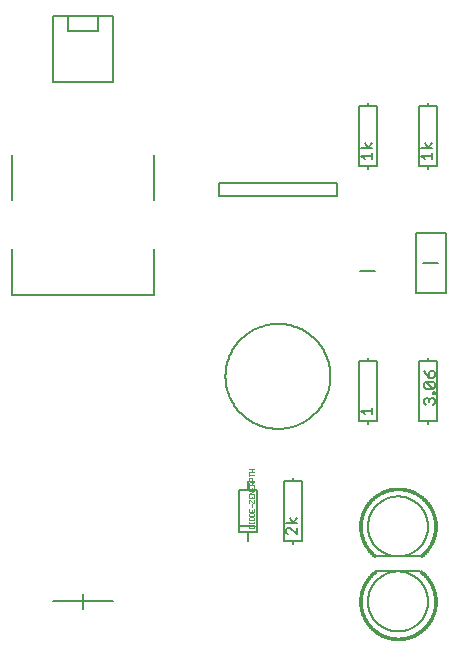
<source format=gto>
G75*
%MOIN*%
%OFA0B0*%
%FSLAX25Y25*%
%IPPOS*%
%LPD*%
%AMOC8*
5,1,8,0,0,1.08239X$1,22.5*
%
%ADD10C,0.00800*%
%ADD11C,0.00100*%
%ADD12C,0.00600*%
%ADD13C,0.00500*%
D10*
X0026800Y0021800D02*
X0036800Y0021800D01*
X0046800Y0021800D01*
X0036800Y0021800D02*
X0036800Y0019300D01*
X0036800Y0021800D02*
X0036800Y0024300D01*
X0088800Y0044800D02*
X0091800Y0044800D01*
X0091800Y0041800D01*
X0091800Y0044800D02*
X0094800Y0044800D01*
X0094800Y0058800D01*
X0091800Y0058800D01*
X0088800Y0058800D01*
X0088800Y0044800D01*
X0089300Y0046800D02*
X0094300Y0046800D01*
X0103800Y0041800D02*
X0106800Y0041800D01*
X0106800Y0040800D01*
X0106800Y0041800D02*
X0109800Y0041800D01*
X0109800Y0061800D01*
X0106800Y0061800D01*
X0106800Y0062800D01*
X0106800Y0061800D02*
X0103800Y0061800D01*
X0103800Y0041800D01*
X0091800Y0058800D02*
X0091800Y0061800D01*
X0084300Y0096800D02*
X0084305Y0097229D01*
X0084321Y0097659D01*
X0084347Y0098087D01*
X0084384Y0098515D01*
X0084432Y0098942D01*
X0084489Y0099368D01*
X0084558Y0099792D01*
X0084636Y0100214D01*
X0084725Y0100634D01*
X0084824Y0101052D01*
X0084934Y0101467D01*
X0085054Y0101880D01*
X0085183Y0102289D01*
X0085323Y0102696D01*
X0085473Y0103098D01*
X0085632Y0103497D01*
X0085801Y0103892D01*
X0085980Y0104282D01*
X0086169Y0104668D01*
X0086366Y0105049D01*
X0086573Y0105426D01*
X0086790Y0105797D01*
X0087015Y0106162D01*
X0087249Y0106522D01*
X0087492Y0106877D01*
X0087744Y0107225D01*
X0088004Y0107567D01*
X0088272Y0107902D01*
X0088549Y0108231D01*
X0088833Y0108552D01*
X0089126Y0108867D01*
X0089426Y0109174D01*
X0089733Y0109474D01*
X0090048Y0109767D01*
X0090369Y0110051D01*
X0090698Y0110328D01*
X0091033Y0110596D01*
X0091375Y0110856D01*
X0091723Y0111108D01*
X0092078Y0111351D01*
X0092438Y0111585D01*
X0092803Y0111810D01*
X0093174Y0112027D01*
X0093551Y0112234D01*
X0093932Y0112431D01*
X0094318Y0112620D01*
X0094708Y0112799D01*
X0095103Y0112968D01*
X0095502Y0113127D01*
X0095904Y0113277D01*
X0096311Y0113417D01*
X0096720Y0113546D01*
X0097133Y0113666D01*
X0097548Y0113776D01*
X0097966Y0113875D01*
X0098386Y0113964D01*
X0098808Y0114042D01*
X0099232Y0114111D01*
X0099658Y0114168D01*
X0100085Y0114216D01*
X0100513Y0114253D01*
X0100941Y0114279D01*
X0101371Y0114295D01*
X0101800Y0114300D01*
X0102229Y0114295D01*
X0102659Y0114279D01*
X0103087Y0114253D01*
X0103515Y0114216D01*
X0103942Y0114168D01*
X0104368Y0114111D01*
X0104792Y0114042D01*
X0105214Y0113964D01*
X0105634Y0113875D01*
X0106052Y0113776D01*
X0106467Y0113666D01*
X0106880Y0113546D01*
X0107289Y0113417D01*
X0107696Y0113277D01*
X0108098Y0113127D01*
X0108497Y0112968D01*
X0108892Y0112799D01*
X0109282Y0112620D01*
X0109668Y0112431D01*
X0110049Y0112234D01*
X0110426Y0112027D01*
X0110797Y0111810D01*
X0111162Y0111585D01*
X0111522Y0111351D01*
X0111877Y0111108D01*
X0112225Y0110856D01*
X0112567Y0110596D01*
X0112902Y0110328D01*
X0113231Y0110051D01*
X0113552Y0109767D01*
X0113867Y0109474D01*
X0114174Y0109174D01*
X0114474Y0108867D01*
X0114767Y0108552D01*
X0115051Y0108231D01*
X0115328Y0107902D01*
X0115596Y0107567D01*
X0115856Y0107225D01*
X0116108Y0106877D01*
X0116351Y0106522D01*
X0116585Y0106162D01*
X0116810Y0105797D01*
X0117027Y0105426D01*
X0117234Y0105049D01*
X0117431Y0104668D01*
X0117620Y0104282D01*
X0117799Y0103892D01*
X0117968Y0103497D01*
X0118127Y0103098D01*
X0118277Y0102696D01*
X0118417Y0102289D01*
X0118546Y0101880D01*
X0118666Y0101467D01*
X0118776Y0101052D01*
X0118875Y0100634D01*
X0118964Y0100214D01*
X0119042Y0099792D01*
X0119111Y0099368D01*
X0119168Y0098942D01*
X0119216Y0098515D01*
X0119253Y0098087D01*
X0119279Y0097659D01*
X0119295Y0097229D01*
X0119300Y0096800D01*
X0119295Y0096371D01*
X0119279Y0095941D01*
X0119253Y0095513D01*
X0119216Y0095085D01*
X0119168Y0094658D01*
X0119111Y0094232D01*
X0119042Y0093808D01*
X0118964Y0093386D01*
X0118875Y0092966D01*
X0118776Y0092548D01*
X0118666Y0092133D01*
X0118546Y0091720D01*
X0118417Y0091311D01*
X0118277Y0090904D01*
X0118127Y0090502D01*
X0117968Y0090103D01*
X0117799Y0089708D01*
X0117620Y0089318D01*
X0117431Y0088932D01*
X0117234Y0088551D01*
X0117027Y0088174D01*
X0116810Y0087803D01*
X0116585Y0087438D01*
X0116351Y0087078D01*
X0116108Y0086723D01*
X0115856Y0086375D01*
X0115596Y0086033D01*
X0115328Y0085698D01*
X0115051Y0085369D01*
X0114767Y0085048D01*
X0114474Y0084733D01*
X0114174Y0084426D01*
X0113867Y0084126D01*
X0113552Y0083833D01*
X0113231Y0083549D01*
X0112902Y0083272D01*
X0112567Y0083004D01*
X0112225Y0082744D01*
X0111877Y0082492D01*
X0111522Y0082249D01*
X0111162Y0082015D01*
X0110797Y0081790D01*
X0110426Y0081573D01*
X0110049Y0081366D01*
X0109668Y0081169D01*
X0109282Y0080980D01*
X0108892Y0080801D01*
X0108497Y0080632D01*
X0108098Y0080473D01*
X0107696Y0080323D01*
X0107289Y0080183D01*
X0106880Y0080054D01*
X0106467Y0079934D01*
X0106052Y0079824D01*
X0105634Y0079725D01*
X0105214Y0079636D01*
X0104792Y0079558D01*
X0104368Y0079489D01*
X0103942Y0079432D01*
X0103515Y0079384D01*
X0103087Y0079347D01*
X0102659Y0079321D01*
X0102229Y0079305D01*
X0101800Y0079300D01*
X0101371Y0079305D01*
X0100941Y0079321D01*
X0100513Y0079347D01*
X0100085Y0079384D01*
X0099658Y0079432D01*
X0099232Y0079489D01*
X0098808Y0079558D01*
X0098386Y0079636D01*
X0097966Y0079725D01*
X0097548Y0079824D01*
X0097133Y0079934D01*
X0096720Y0080054D01*
X0096311Y0080183D01*
X0095904Y0080323D01*
X0095502Y0080473D01*
X0095103Y0080632D01*
X0094708Y0080801D01*
X0094318Y0080980D01*
X0093932Y0081169D01*
X0093551Y0081366D01*
X0093174Y0081573D01*
X0092803Y0081790D01*
X0092438Y0082015D01*
X0092078Y0082249D01*
X0091723Y0082492D01*
X0091375Y0082744D01*
X0091033Y0083004D01*
X0090698Y0083272D01*
X0090369Y0083549D01*
X0090048Y0083833D01*
X0089733Y0084126D01*
X0089426Y0084426D01*
X0089126Y0084733D01*
X0088833Y0085048D01*
X0088549Y0085369D01*
X0088272Y0085698D01*
X0088004Y0086033D01*
X0087744Y0086375D01*
X0087492Y0086723D01*
X0087249Y0087078D01*
X0087015Y0087438D01*
X0086790Y0087803D01*
X0086573Y0088174D01*
X0086366Y0088551D01*
X0086169Y0088932D01*
X0085980Y0089318D01*
X0085801Y0089708D01*
X0085632Y0090103D01*
X0085473Y0090502D01*
X0085323Y0090904D01*
X0085183Y0091311D01*
X0085054Y0091720D01*
X0084934Y0092133D01*
X0084824Y0092548D01*
X0084725Y0092966D01*
X0084636Y0093386D01*
X0084558Y0093808D01*
X0084489Y0094232D01*
X0084432Y0094658D01*
X0084384Y0095085D01*
X0084347Y0095513D01*
X0084321Y0095941D01*
X0084305Y0096371D01*
X0084300Y0096800D01*
X0060422Y0123808D02*
X0060422Y0139162D01*
X0060422Y0123808D02*
X0013178Y0123808D01*
X0013178Y0139162D01*
X0013178Y0155698D02*
X0013178Y0170658D01*
X0060422Y0170658D02*
X0060422Y0155698D01*
X0082115Y0157076D02*
X0121485Y0157076D01*
X0121485Y0161406D01*
X0082115Y0161406D01*
X0082115Y0157076D01*
X0128800Y0166800D02*
X0131800Y0166800D01*
X0131800Y0165800D01*
X0131800Y0166800D02*
X0134800Y0166800D01*
X0134800Y0186800D01*
X0131800Y0186800D01*
X0131800Y0187800D01*
X0131800Y0186800D02*
X0128800Y0186800D01*
X0128800Y0166800D01*
X0147745Y0144753D02*
X0157745Y0144753D01*
X0157745Y0124753D01*
X0147745Y0124753D01*
X0147745Y0144753D01*
X0150245Y0134753D02*
X0155245Y0134753D01*
X0134300Y0131800D02*
X0129300Y0131800D01*
X0131800Y0102800D02*
X0131800Y0101800D01*
X0134800Y0101800D01*
X0134800Y0081800D01*
X0131800Y0081800D01*
X0131800Y0080800D01*
X0131800Y0081800D02*
X0128800Y0081800D01*
X0128800Y0101800D01*
X0131800Y0101800D01*
X0148800Y0101800D02*
X0148800Y0081800D01*
X0151800Y0081800D01*
X0151800Y0080800D01*
X0151800Y0081800D02*
X0154800Y0081800D01*
X0154800Y0101800D01*
X0151800Y0101800D01*
X0151800Y0102800D01*
X0151800Y0101800D02*
X0148800Y0101800D01*
X0151800Y0165800D02*
X0151800Y0166800D01*
X0148800Y0166800D01*
X0148800Y0186800D01*
X0151800Y0186800D01*
X0151800Y0187800D01*
X0151800Y0186800D02*
X0154800Y0186800D01*
X0154800Y0166800D01*
X0151800Y0166800D01*
X0149300Y0036800D02*
X0134300Y0036800D01*
X0134300Y0031800D02*
X0149300Y0031800D01*
D11*
X0133991Y0032129D02*
X0134531Y0031409D01*
X0134530Y0031410D02*
X0134297Y0031229D01*
X0134069Y0031043D01*
X0133845Y0030851D01*
X0133626Y0030654D01*
X0133412Y0030452D01*
X0133203Y0030244D01*
X0133000Y0030031D01*
X0132801Y0029814D01*
X0132608Y0029591D01*
X0132420Y0029364D01*
X0132238Y0029133D01*
X0132061Y0028897D01*
X0131891Y0028656D01*
X0131726Y0028412D01*
X0131568Y0028164D01*
X0131415Y0027912D01*
X0131269Y0027656D01*
X0131129Y0027397D01*
X0130995Y0027134D01*
X0130868Y0026869D01*
X0130747Y0026600D01*
X0130633Y0026328D01*
X0130526Y0026054D01*
X0130425Y0025777D01*
X0130331Y0025498D01*
X0130244Y0025216D01*
X0130164Y0024933D01*
X0130091Y0024647D01*
X0130025Y0024360D01*
X0129966Y0024071D01*
X0129914Y0023781D01*
X0129869Y0023490D01*
X0129831Y0023198D01*
X0129801Y0022905D01*
X0129777Y0022611D01*
X0129761Y0022317D01*
X0129752Y0022023D01*
X0129750Y0021728D01*
X0129756Y0021433D01*
X0129768Y0021139D01*
X0129788Y0020845D01*
X0129815Y0020552D01*
X0129849Y0020259D01*
X0129890Y0019967D01*
X0129939Y0019677D01*
X0129994Y0019387D01*
X0130056Y0019100D01*
X0130126Y0018813D01*
X0130203Y0018529D01*
X0130286Y0018246D01*
X0130376Y0017966D01*
X0130473Y0017688D01*
X0130577Y0017412D01*
X0130688Y0017139D01*
X0130805Y0016869D01*
X0130929Y0016601D01*
X0131059Y0016337D01*
X0131196Y0016076D01*
X0131339Y0015819D01*
X0131489Y0015565D01*
X0131644Y0015314D01*
X0131806Y0015068D01*
X0131973Y0014826D01*
X0132147Y0014588D01*
X0132326Y0014354D01*
X0132511Y0014124D01*
X0132701Y0013900D01*
X0132897Y0013679D01*
X0133098Y0013464D01*
X0133305Y0013254D01*
X0133516Y0013049D01*
X0133733Y0012849D01*
X0133954Y0012654D01*
X0134180Y0012465D01*
X0134410Y0012282D01*
X0134645Y0012104D01*
X0134885Y0011932D01*
X0135128Y0011766D01*
X0135375Y0011606D01*
X0135626Y0011452D01*
X0135881Y0011304D01*
X0136140Y0011162D01*
X0136401Y0011027D01*
X0136666Y0010898D01*
X0136934Y0010776D01*
X0137205Y0010660D01*
X0137479Y0010551D01*
X0137755Y0010449D01*
X0138034Y0010354D01*
X0138315Y0010265D01*
X0138598Y0010183D01*
X0138883Y0010108D01*
X0139170Y0010041D01*
X0139458Y0009980D01*
X0139748Y0009926D01*
X0140039Y0009879D01*
X0140331Y0009840D01*
X0140623Y0009808D01*
X0140917Y0009782D01*
X0141211Y0009764D01*
X0141505Y0009754D01*
X0141800Y0009750D01*
X0142095Y0009754D01*
X0142389Y0009764D01*
X0142683Y0009782D01*
X0142977Y0009808D01*
X0143269Y0009840D01*
X0143561Y0009879D01*
X0143852Y0009926D01*
X0144142Y0009980D01*
X0144430Y0010041D01*
X0144717Y0010108D01*
X0145002Y0010183D01*
X0145285Y0010265D01*
X0145566Y0010354D01*
X0145845Y0010449D01*
X0146121Y0010551D01*
X0146395Y0010660D01*
X0146666Y0010776D01*
X0146934Y0010898D01*
X0147199Y0011027D01*
X0147460Y0011162D01*
X0147719Y0011304D01*
X0147974Y0011452D01*
X0148225Y0011606D01*
X0148472Y0011766D01*
X0148715Y0011932D01*
X0148955Y0012104D01*
X0149190Y0012282D01*
X0149420Y0012465D01*
X0149646Y0012654D01*
X0149867Y0012849D01*
X0150084Y0013049D01*
X0150295Y0013254D01*
X0150502Y0013464D01*
X0150703Y0013679D01*
X0150899Y0013900D01*
X0151089Y0014124D01*
X0151274Y0014354D01*
X0151453Y0014588D01*
X0151627Y0014826D01*
X0151794Y0015068D01*
X0151956Y0015314D01*
X0152111Y0015565D01*
X0152261Y0015819D01*
X0152404Y0016076D01*
X0152541Y0016337D01*
X0152671Y0016601D01*
X0152795Y0016869D01*
X0152912Y0017139D01*
X0153023Y0017412D01*
X0153127Y0017688D01*
X0153224Y0017966D01*
X0153314Y0018246D01*
X0153397Y0018529D01*
X0153474Y0018813D01*
X0153544Y0019100D01*
X0153606Y0019387D01*
X0153661Y0019677D01*
X0153710Y0019967D01*
X0153751Y0020259D01*
X0153785Y0020552D01*
X0153812Y0020845D01*
X0153832Y0021139D01*
X0153844Y0021433D01*
X0153850Y0021728D01*
X0153848Y0022023D01*
X0153839Y0022317D01*
X0153823Y0022611D01*
X0153799Y0022905D01*
X0153769Y0023198D01*
X0153731Y0023490D01*
X0153686Y0023781D01*
X0153634Y0024071D01*
X0153575Y0024360D01*
X0153509Y0024647D01*
X0153436Y0024933D01*
X0153356Y0025216D01*
X0153269Y0025498D01*
X0153175Y0025777D01*
X0153074Y0026054D01*
X0152967Y0026328D01*
X0152853Y0026600D01*
X0152732Y0026869D01*
X0152605Y0027134D01*
X0152471Y0027397D01*
X0152331Y0027656D01*
X0152185Y0027912D01*
X0152032Y0028164D01*
X0151874Y0028412D01*
X0151709Y0028656D01*
X0151539Y0028897D01*
X0151362Y0029133D01*
X0151180Y0029364D01*
X0150992Y0029591D01*
X0150799Y0029814D01*
X0150600Y0030031D01*
X0150397Y0030244D01*
X0150188Y0030452D01*
X0149974Y0030654D01*
X0149755Y0030851D01*
X0149531Y0031043D01*
X0149303Y0031229D01*
X0149070Y0031410D01*
X0149609Y0032129D01*
X0149610Y0032130D01*
X0149860Y0031936D01*
X0150106Y0031736D01*
X0150346Y0031530D01*
X0150581Y0031318D01*
X0150811Y0031100D01*
X0151036Y0030877D01*
X0151255Y0030649D01*
X0151469Y0030415D01*
X0151677Y0030176D01*
X0151879Y0029932D01*
X0152074Y0029683D01*
X0152264Y0029429D01*
X0152447Y0029171D01*
X0152624Y0028909D01*
X0152795Y0028642D01*
X0152959Y0028371D01*
X0153116Y0028096D01*
X0153267Y0027818D01*
X0153411Y0027535D01*
X0153547Y0027250D01*
X0153677Y0026961D01*
X0153800Y0026669D01*
X0153915Y0026374D01*
X0154023Y0026077D01*
X0154124Y0025776D01*
X0154218Y0025474D01*
X0154304Y0025169D01*
X0154383Y0024862D01*
X0154454Y0024554D01*
X0154517Y0024244D01*
X0154573Y0023932D01*
X0154622Y0023619D01*
X0154662Y0023305D01*
X0154695Y0022990D01*
X0154720Y0022674D01*
X0154738Y0022358D01*
X0154748Y0022042D01*
X0154750Y0021725D01*
X0154744Y0021408D01*
X0154731Y0021092D01*
X0154709Y0020776D01*
X0154681Y0020461D01*
X0154644Y0020146D01*
X0154600Y0019833D01*
X0154548Y0019520D01*
X0154488Y0019209D01*
X0154421Y0018900D01*
X0154346Y0018592D01*
X0154264Y0018286D01*
X0154175Y0017983D01*
X0154078Y0017681D01*
X0153973Y0017382D01*
X0153861Y0017086D01*
X0153743Y0016792D01*
X0153617Y0016502D01*
X0153484Y0016215D01*
X0153343Y0015930D01*
X0153196Y0015650D01*
X0153043Y0015373D01*
X0152882Y0015100D01*
X0152715Y0014831D01*
X0152541Y0014566D01*
X0152361Y0014306D01*
X0152175Y0014050D01*
X0151982Y0013799D01*
X0151784Y0013552D01*
X0151579Y0013310D01*
X0151369Y0013074D01*
X0151152Y0012842D01*
X0150930Y0012617D01*
X0150703Y0012396D01*
X0150471Y0012181D01*
X0150233Y0011972D01*
X0149990Y0011769D01*
X0149742Y0011571D01*
X0149490Y0011380D01*
X0149233Y0011195D01*
X0148971Y0011017D01*
X0148705Y0010845D01*
X0148436Y0010679D01*
X0148162Y0010520D01*
X0147884Y0010368D01*
X0147603Y0010223D01*
X0147318Y0010084D01*
X0147030Y0009953D01*
X0146738Y0009829D01*
X0146444Y0009711D01*
X0146147Y0009601D01*
X0145848Y0009499D01*
X0145546Y0009404D01*
X0145242Y0009316D01*
X0144935Y0009235D01*
X0144627Y0009162D01*
X0144317Y0009097D01*
X0144006Y0009039D01*
X0143693Y0008989D01*
X0143379Y0008947D01*
X0143065Y0008912D01*
X0142749Y0008885D01*
X0142433Y0008865D01*
X0142117Y0008854D01*
X0141800Y0008850D01*
X0141483Y0008854D01*
X0141167Y0008865D01*
X0140851Y0008885D01*
X0140535Y0008912D01*
X0140221Y0008947D01*
X0139907Y0008989D01*
X0139594Y0009039D01*
X0139283Y0009097D01*
X0138973Y0009162D01*
X0138665Y0009235D01*
X0138358Y0009316D01*
X0138054Y0009404D01*
X0137752Y0009499D01*
X0137453Y0009601D01*
X0137156Y0009711D01*
X0136862Y0009829D01*
X0136570Y0009953D01*
X0136282Y0010084D01*
X0135997Y0010223D01*
X0135716Y0010368D01*
X0135438Y0010520D01*
X0135164Y0010679D01*
X0134895Y0010845D01*
X0134629Y0011017D01*
X0134367Y0011195D01*
X0134110Y0011380D01*
X0133858Y0011571D01*
X0133610Y0011769D01*
X0133367Y0011972D01*
X0133129Y0012181D01*
X0132897Y0012396D01*
X0132670Y0012617D01*
X0132448Y0012842D01*
X0132231Y0013074D01*
X0132021Y0013310D01*
X0131816Y0013552D01*
X0131618Y0013799D01*
X0131425Y0014050D01*
X0131239Y0014306D01*
X0131059Y0014566D01*
X0130885Y0014831D01*
X0130718Y0015100D01*
X0130557Y0015373D01*
X0130404Y0015650D01*
X0130257Y0015930D01*
X0130116Y0016215D01*
X0129983Y0016502D01*
X0129857Y0016792D01*
X0129739Y0017086D01*
X0129627Y0017382D01*
X0129522Y0017681D01*
X0129425Y0017983D01*
X0129336Y0018286D01*
X0129254Y0018592D01*
X0129179Y0018900D01*
X0129112Y0019209D01*
X0129052Y0019520D01*
X0129000Y0019833D01*
X0128956Y0020146D01*
X0128919Y0020461D01*
X0128891Y0020776D01*
X0128869Y0021092D01*
X0128856Y0021408D01*
X0128850Y0021725D01*
X0128852Y0022042D01*
X0128862Y0022358D01*
X0128880Y0022674D01*
X0128905Y0022990D01*
X0128938Y0023305D01*
X0128978Y0023619D01*
X0129027Y0023932D01*
X0129083Y0024244D01*
X0129146Y0024554D01*
X0129217Y0024862D01*
X0129296Y0025169D01*
X0129382Y0025474D01*
X0129476Y0025776D01*
X0129577Y0026077D01*
X0129685Y0026374D01*
X0129800Y0026669D01*
X0129923Y0026961D01*
X0130053Y0027250D01*
X0130189Y0027535D01*
X0130333Y0027818D01*
X0130484Y0028096D01*
X0130641Y0028371D01*
X0130805Y0028642D01*
X0130976Y0028909D01*
X0131153Y0029171D01*
X0131336Y0029429D01*
X0131526Y0029683D01*
X0131721Y0029932D01*
X0131923Y0030176D01*
X0132131Y0030415D01*
X0132345Y0030649D01*
X0132564Y0030877D01*
X0132789Y0031100D01*
X0133019Y0031318D01*
X0133254Y0031530D01*
X0133494Y0031736D01*
X0133740Y0031936D01*
X0133990Y0032130D01*
X0134046Y0032055D01*
X0133798Y0031862D01*
X0133554Y0031663D01*
X0133316Y0031459D01*
X0133082Y0031249D01*
X0132854Y0031033D01*
X0132631Y0030811D01*
X0132413Y0030584D01*
X0132201Y0030352D01*
X0131995Y0030115D01*
X0131794Y0029873D01*
X0131600Y0029625D01*
X0131412Y0029374D01*
X0131230Y0029117D01*
X0131054Y0028857D01*
X0130885Y0028592D01*
X0130722Y0028323D01*
X0130566Y0028050D01*
X0130416Y0027774D01*
X0130274Y0027494D01*
X0130138Y0027210D01*
X0130009Y0026923D01*
X0129887Y0026633D01*
X0129773Y0026341D01*
X0129665Y0026045D01*
X0129565Y0025747D01*
X0129472Y0025447D01*
X0129387Y0025144D01*
X0129309Y0024840D01*
X0129238Y0024534D01*
X0129175Y0024226D01*
X0129119Y0023916D01*
X0129071Y0023606D01*
X0129031Y0023294D01*
X0128998Y0022981D01*
X0128973Y0022668D01*
X0128956Y0022354D01*
X0128946Y0022040D01*
X0128944Y0021725D01*
X0128950Y0021411D01*
X0128963Y0021097D01*
X0128984Y0020783D01*
X0129013Y0020470D01*
X0129049Y0020158D01*
X0129093Y0019847D01*
X0129145Y0019537D01*
X0129204Y0019228D01*
X0129271Y0018921D01*
X0129345Y0018615D01*
X0129426Y0018312D01*
X0129515Y0018010D01*
X0129612Y0017711D01*
X0129715Y0017414D01*
X0129826Y0017120D01*
X0129944Y0016829D01*
X0130069Y0016540D01*
X0130201Y0016255D01*
X0130340Y0015973D01*
X0130486Y0015695D01*
X0130639Y0015420D01*
X0130798Y0015149D01*
X0130964Y0014882D01*
X0131137Y0014619D01*
X0131315Y0014360D01*
X0131500Y0014106D01*
X0131692Y0013857D01*
X0131889Y0013612D01*
X0132092Y0013372D01*
X0132301Y0013137D01*
X0132516Y0012907D01*
X0132736Y0012683D01*
X0132961Y0012464D01*
X0133192Y0012251D01*
X0133428Y0012043D01*
X0133670Y0011841D01*
X0133915Y0011646D01*
X0134166Y0011456D01*
X0134421Y0011272D01*
X0134681Y0011095D01*
X0134945Y0010924D01*
X0135213Y0010760D01*
X0135485Y0010602D01*
X0135760Y0010451D01*
X0136040Y0010307D01*
X0136322Y0010169D01*
X0136608Y0010039D01*
X0136897Y0009915D01*
X0137190Y0009799D01*
X0137484Y0009690D01*
X0137782Y0009588D01*
X0138081Y0009494D01*
X0138384Y0009406D01*
X0138688Y0009326D01*
X0138993Y0009254D01*
X0139301Y0009189D01*
X0139610Y0009132D01*
X0139921Y0009082D01*
X0140232Y0009040D01*
X0140545Y0009005D01*
X0140858Y0008979D01*
X0141172Y0008959D01*
X0141486Y0008948D01*
X0141800Y0008944D01*
X0142114Y0008948D01*
X0142428Y0008959D01*
X0142742Y0008979D01*
X0143055Y0009005D01*
X0143368Y0009040D01*
X0143679Y0009082D01*
X0143990Y0009132D01*
X0144299Y0009189D01*
X0144607Y0009254D01*
X0144912Y0009326D01*
X0145216Y0009406D01*
X0145519Y0009494D01*
X0145818Y0009588D01*
X0146116Y0009690D01*
X0146410Y0009799D01*
X0146703Y0009915D01*
X0146992Y0010039D01*
X0147278Y0010169D01*
X0147560Y0010307D01*
X0147840Y0010451D01*
X0148115Y0010602D01*
X0148387Y0010760D01*
X0148655Y0010924D01*
X0148919Y0011095D01*
X0149179Y0011272D01*
X0149434Y0011456D01*
X0149685Y0011646D01*
X0149930Y0011841D01*
X0150172Y0012043D01*
X0150408Y0012251D01*
X0150639Y0012464D01*
X0150864Y0012683D01*
X0151084Y0012907D01*
X0151299Y0013137D01*
X0151508Y0013372D01*
X0151711Y0013612D01*
X0151908Y0013857D01*
X0152100Y0014106D01*
X0152285Y0014360D01*
X0152463Y0014619D01*
X0152636Y0014882D01*
X0152802Y0015149D01*
X0152961Y0015420D01*
X0153114Y0015695D01*
X0153260Y0015973D01*
X0153399Y0016255D01*
X0153531Y0016540D01*
X0153656Y0016829D01*
X0153774Y0017120D01*
X0153885Y0017414D01*
X0153988Y0017711D01*
X0154085Y0018010D01*
X0154174Y0018312D01*
X0154255Y0018615D01*
X0154329Y0018921D01*
X0154396Y0019228D01*
X0154455Y0019537D01*
X0154507Y0019847D01*
X0154551Y0020158D01*
X0154587Y0020470D01*
X0154616Y0020783D01*
X0154637Y0021097D01*
X0154650Y0021411D01*
X0154656Y0021725D01*
X0154654Y0022040D01*
X0154644Y0022354D01*
X0154627Y0022668D01*
X0154602Y0022981D01*
X0154569Y0023294D01*
X0154529Y0023606D01*
X0154481Y0023916D01*
X0154425Y0024226D01*
X0154362Y0024534D01*
X0154291Y0024840D01*
X0154213Y0025144D01*
X0154128Y0025447D01*
X0154035Y0025747D01*
X0153935Y0026045D01*
X0153827Y0026341D01*
X0153713Y0026633D01*
X0153591Y0026923D01*
X0153462Y0027210D01*
X0153326Y0027494D01*
X0153184Y0027774D01*
X0153034Y0028050D01*
X0152878Y0028323D01*
X0152715Y0028592D01*
X0152546Y0028857D01*
X0152370Y0029117D01*
X0152188Y0029374D01*
X0152000Y0029625D01*
X0151806Y0029873D01*
X0151605Y0030115D01*
X0151399Y0030352D01*
X0151187Y0030584D01*
X0150969Y0030811D01*
X0150746Y0031033D01*
X0150518Y0031249D01*
X0150284Y0031459D01*
X0150046Y0031663D01*
X0149802Y0031862D01*
X0149554Y0032055D01*
X0149497Y0031980D01*
X0149744Y0031788D01*
X0149986Y0031591D01*
X0150223Y0031388D01*
X0150454Y0031179D01*
X0150681Y0030965D01*
X0150903Y0030745D01*
X0151119Y0030520D01*
X0151329Y0030289D01*
X0151534Y0030054D01*
X0151733Y0029813D01*
X0151926Y0029568D01*
X0152112Y0029318D01*
X0152293Y0029064D01*
X0152468Y0028805D01*
X0152636Y0028542D01*
X0152797Y0028275D01*
X0152952Y0028004D01*
X0153101Y0027730D01*
X0153242Y0027452D01*
X0153377Y0027170D01*
X0153505Y0026886D01*
X0153626Y0026598D01*
X0153740Y0026307D01*
X0153846Y0026014D01*
X0153946Y0025718D01*
X0154038Y0025420D01*
X0154123Y0025120D01*
X0154200Y0024817D01*
X0154270Y0024513D01*
X0154333Y0024208D01*
X0154388Y0023901D01*
X0154436Y0023592D01*
X0154476Y0023283D01*
X0154508Y0022972D01*
X0154533Y0022661D01*
X0154550Y0022350D01*
X0154560Y0022038D01*
X0154562Y0021726D01*
X0154556Y0021414D01*
X0154543Y0021102D01*
X0154522Y0020791D01*
X0154494Y0020480D01*
X0154457Y0020170D01*
X0154414Y0019861D01*
X0154363Y0019553D01*
X0154304Y0019246D01*
X0154238Y0018942D01*
X0154164Y0018638D01*
X0154083Y0018337D01*
X0153995Y0018038D01*
X0153899Y0017741D01*
X0153796Y0017446D01*
X0153686Y0017154D01*
X0153569Y0016865D01*
X0153445Y0016578D01*
X0153314Y0016295D01*
X0153176Y0016015D01*
X0153031Y0015739D01*
X0152879Y0015466D01*
X0152721Y0015197D01*
X0152556Y0014932D01*
X0152385Y0014671D01*
X0152208Y0014415D01*
X0152024Y0014162D01*
X0151834Y0013915D01*
X0151639Y0013672D01*
X0151437Y0013433D01*
X0151229Y0013200D01*
X0151016Y0012972D01*
X0150798Y0012750D01*
X0150574Y0012532D01*
X0150345Y0012321D01*
X0150110Y0012115D01*
X0149871Y0011914D01*
X0149627Y0011720D01*
X0149378Y0011532D01*
X0149125Y0011349D01*
X0148867Y0011173D01*
X0148605Y0011004D01*
X0148339Y0010841D01*
X0148069Y0010684D01*
X0147795Y0010534D01*
X0147518Y0010391D01*
X0147238Y0010254D01*
X0146954Y0010125D01*
X0146667Y0010002D01*
X0146377Y0009887D01*
X0146084Y0009779D01*
X0145789Y0009677D01*
X0145491Y0009583D01*
X0145191Y0009497D01*
X0144890Y0009418D01*
X0144586Y0009346D01*
X0144281Y0009281D01*
X0143974Y0009224D01*
X0143666Y0009175D01*
X0143356Y0009133D01*
X0143046Y0009099D01*
X0142735Y0009072D01*
X0142424Y0009053D01*
X0142112Y0009042D01*
X0141800Y0009038D01*
X0141488Y0009042D01*
X0141176Y0009053D01*
X0140865Y0009072D01*
X0140554Y0009099D01*
X0140244Y0009133D01*
X0139934Y0009175D01*
X0139626Y0009224D01*
X0139319Y0009281D01*
X0139014Y0009346D01*
X0138710Y0009418D01*
X0138409Y0009497D01*
X0138109Y0009583D01*
X0137811Y0009677D01*
X0137516Y0009779D01*
X0137223Y0009887D01*
X0136933Y0010002D01*
X0136646Y0010125D01*
X0136362Y0010254D01*
X0136082Y0010391D01*
X0135805Y0010534D01*
X0135531Y0010684D01*
X0135261Y0010841D01*
X0134995Y0011004D01*
X0134733Y0011173D01*
X0134475Y0011349D01*
X0134222Y0011532D01*
X0133973Y0011720D01*
X0133729Y0011914D01*
X0133490Y0012115D01*
X0133255Y0012321D01*
X0133026Y0012532D01*
X0132802Y0012750D01*
X0132584Y0012972D01*
X0132371Y0013200D01*
X0132163Y0013433D01*
X0131961Y0013672D01*
X0131766Y0013915D01*
X0131576Y0014162D01*
X0131392Y0014415D01*
X0131215Y0014671D01*
X0131044Y0014932D01*
X0130879Y0015197D01*
X0130721Y0015466D01*
X0130569Y0015739D01*
X0130424Y0016015D01*
X0130286Y0016295D01*
X0130155Y0016578D01*
X0130031Y0016865D01*
X0129914Y0017154D01*
X0129804Y0017446D01*
X0129701Y0017741D01*
X0129605Y0018038D01*
X0129517Y0018337D01*
X0129436Y0018638D01*
X0129362Y0018942D01*
X0129296Y0019246D01*
X0129237Y0019553D01*
X0129186Y0019861D01*
X0129143Y0020170D01*
X0129106Y0020480D01*
X0129078Y0020791D01*
X0129057Y0021102D01*
X0129044Y0021414D01*
X0129038Y0021726D01*
X0129040Y0022038D01*
X0129050Y0022350D01*
X0129067Y0022661D01*
X0129092Y0022972D01*
X0129124Y0023283D01*
X0129164Y0023592D01*
X0129212Y0023901D01*
X0129267Y0024208D01*
X0129330Y0024513D01*
X0129400Y0024817D01*
X0129477Y0025120D01*
X0129562Y0025420D01*
X0129654Y0025718D01*
X0129754Y0026014D01*
X0129860Y0026307D01*
X0129974Y0026598D01*
X0130095Y0026886D01*
X0130223Y0027170D01*
X0130358Y0027452D01*
X0130499Y0027730D01*
X0130648Y0028004D01*
X0130803Y0028275D01*
X0130964Y0028542D01*
X0131132Y0028805D01*
X0131307Y0029064D01*
X0131488Y0029318D01*
X0131674Y0029568D01*
X0131867Y0029813D01*
X0132066Y0030054D01*
X0132271Y0030289D01*
X0132481Y0030520D01*
X0132697Y0030745D01*
X0132919Y0030965D01*
X0133146Y0031179D01*
X0133377Y0031388D01*
X0133614Y0031591D01*
X0133856Y0031788D01*
X0134103Y0031980D01*
X0134159Y0031904D01*
X0133914Y0031714D01*
X0133674Y0031519D01*
X0133439Y0031317D01*
X0133209Y0031110D01*
X0132984Y0030897D01*
X0132764Y0030679D01*
X0132550Y0030455D01*
X0132341Y0030226D01*
X0132138Y0029993D01*
X0131940Y0029754D01*
X0131749Y0029511D01*
X0131563Y0029262D01*
X0131384Y0029010D01*
X0131211Y0028753D01*
X0131044Y0028492D01*
X0130883Y0028227D01*
X0130730Y0027958D01*
X0130582Y0027686D01*
X0130442Y0027410D01*
X0130308Y0027130D01*
X0130181Y0026848D01*
X0130061Y0026562D01*
X0129948Y0026274D01*
X0129842Y0025983D01*
X0129744Y0025689D01*
X0129652Y0025393D01*
X0129568Y0025095D01*
X0129491Y0024795D01*
X0129422Y0024493D01*
X0129359Y0024190D01*
X0129305Y0023885D01*
X0129257Y0023579D01*
X0129218Y0023271D01*
X0129186Y0022963D01*
X0129161Y0022655D01*
X0129144Y0022345D01*
X0129134Y0022036D01*
X0129132Y0021726D01*
X0129138Y0021416D01*
X0129151Y0021107D01*
X0129172Y0020798D01*
X0129200Y0020489D01*
X0129236Y0020182D01*
X0129279Y0019875D01*
X0129330Y0019569D01*
X0129388Y0019265D01*
X0129454Y0018962D01*
X0129527Y0018661D01*
X0129607Y0018362D01*
X0129695Y0018065D01*
X0129790Y0017770D01*
X0129892Y0017478D01*
X0130001Y0017188D01*
X0130118Y0016901D01*
X0130241Y0016617D01*
X0130371Y0016336D01*
X0130508Y0016058D01*
X0130652Y0015784D01*
X0130802Y0015513D01*
X0130959Y0015246D01*
X0131123Y0014983D01*
X0131293Y0014724D01*
X0131469Y0014469D01*
X0131651Y0014218D01*
X0131840Y0013973D01*
X0132034Y0013731D01*
X0132234Y0013495D01*
X0132440Y0013264D01*
X0132652Y0013037D01*
X0132869Y0012816D01*
X0133091Y0012601D01*
X0133318Y0012390D01*
X0133551Y0012186D01*
X0133789Y0011987D01*
X0134031Y0011794D01*
X0134278Y0011607D01*
X0134529Y0011426D01*
X0134785Y0011252D01*
X0135045Y0011083D01*
X0135309Y0010921D01*
X0135577Y0010766D01*
X0135849Y0010617D01*
X0136124Y0010475D01*
X0136403Y0010339D01*
X0136684Y0010211D01*
X0136969Y0010089D01*
X0137257Y0009975D01*
X0137548Y0009867D01*
X0137841Y0009767D01*
X0138136Y0009673D01*
X0138434Y0009587D01*
X0138733Y0009509D01*
X0139035Y0009438D01*
X0139338Y0009374D01*
X0139642Y0009317D01*
X0139948Y0009268D01*
X0140255Y0009227D01*
X0140563Y0009193D01*
X0140872Y0009166D01*
X0141181Y0009147D01*
X0141490Y0009136D01*
X0141800Y0009132D01*
X0142110Y0009136D01*
X0142419Y0009147D01*
X0142728Y0009166D01*
X0143037Y0009193D01*
X0143345Y0009227D01*
X0143652Y0009268D01*
X0143958Y0009317D01*
X0144262Y0009374D01*
X0144565Y0009438D01*
X0144867Y0009509D01*
X0145166Y0009587D01*
X0145464Y0009673D01*
X0145759Y0009767D01*
X0146052Y0009867D01*
X0146343Y0009975D01*
X0146631Y0010089D01*
X0146916Y0010211D01*
X0147197Y0010339D01*
X0147476Y0010475D01*
X0147751Y0010617D01*
X0148023Y0010766D01*
X0148291Y0010921D01*
X0148555Y0011083D01*
X0148815Y0011252D01*
X0149071Y0011426D01*
X0149322Y0011607D01*
X0149569Y0011794D01*
X0149811Y0011987D01*
X0150049Y0012186D01*
X0150282Y0012390D01*
X0150509Y0012601D01*
X0150731Y0012816D01*
X0150948Y0013037D01*
X0151160Y0013264D01*
X0151366Y0013495D01*
X0151566Y0013731D01*
X0151760Y0013973D01*
X0151949Y0014218D01*
X0152131Y0014469D01*
X0152307Y0014724D01*
X0152477Y0014983D01*
X0152641Y0015246D01*
X0152798Y0015513D01*
X0152948Y0015784D01*
X0153092Y0016058D01*
X0153229Y0016336D01*
X0153359Y0016617D01*
X0153482Y0016901D01*
X0153599Y0017188D01*
X0153708Y0017478D01*
X0153810Y0017770D01*
X0153905Y0018065D01*
X0153993Y0018362D01*
X0154073Y0018661D01*
X0154146Y0018962D01*
X0154212Y0019265D01*
X0154270Y0019569D01*
X0154321Y0019875D01*
X0154364Y0020182D01*
X0154400Y0020489D01*
X0154428Y0020798D01*
X0154449Y0021107D01*
X0154462Y0021416D01*
X0154468Y0021726D01*
X0154466Y0022036D01*
X0154456Y0022345D01*
X0154439Y0022655D01*
X0154414Y0022963D01*
X0154382Y0023271D01*
X0154343Y0023579D01*
X0154295Y0023885D01*
X0154241Y0024190D01*
X0154178Y0024493D01*
X0154109Y0024795D01*
X0154032Y0025095D01*
X0153948Y0025393D01*
X0153856Y0025689D01*
X0153758Y0025983D01*
X0153652Y0026274D01*
X0153539Y0026562D01*
X0153419Y0026848D01*
X0153292Y0027130D01*
X0153158Y0027410D01*
X0153018Y0027686D01*
X0152870Y0027958D01*
X0152717Y0028227D01*
X0152556Y0028492D01*
X0152389Y0028753D01*
X0152216Y0029010D01*
X0152037Y0029262D01*
X0151851Y0029511D01*
X0151660Y0029754D01*
X0151462Y0029993D01*
X0151259Y0030226D01*
X0151050Y0030455D01*
X0150836Y0030679D01*
X0150616Y0030897D01*
X0150391Y0031110D01*
X0150161Y0031317D01*
X0149926Y0031519D01*
X0149686Y0031714D01*
X0149441Y0031904D01*
X0149384Y0031829D01*
X0149627Y0031641D01*
X0149866Y0031446D01*
X0150099Y0031246D01*
X0150327Y0031041D01*
X0150551Y0030829D01*
X0150769Y0030613D01*
X0150982Y0030391D01*
X0151189Y0030164D01*
X0151391Y0029932D01*
X0151587Y0029695D01*
X0151777Y0029453D01*
X0151961Y0029207D01*
X0152139Y0028956D01*
X0152311Y0028701D01*
X0152476Y0028442D01*
X0152636Y0028179D01*
X0152788Y0027912D01*
X0152935Y0027642D01*
X0153074Y0027368D01*
X0153207Y0027091D01*
X0153333Y0026810D01*
X0153452Y0026527D01*
X0153564Y0026240D01*
X0153669Y0025951D01*
X0153767Y0025660D01*
X0153858Y0025366D01*
X0153941Y0025070D01*
X0154018Y0024773D01*
X0154087Y0024473D01*
X0154148Y0024172D01*
X0154203Y0023869D01*
X0154249Y0023565D01*
X0154289Y0023260D01*
X0154321Y0022955D01*
X0154345Y0022648D01*
X0154362Y0022341D01*
X0154372Y0022034D01*
X0154374Y0021726D01*
X0154368Y0021419D01*
X0154355Y0021112D01*
X0154335Y0020805D01*
X0154306Y0020499D01*
X0154271Y0020193D01*
X0154228Y0019889D01*
X0154177Y0019586D01*
X0154120Y0019284D01*
X0154054Y0018983D01*
X0153982Y0018684D01*
X0153902Y0018388D01*
X0153815Y0018093D01*
X0153721Y0017800D01*
X0153619Y0017510D01*
X0153511Y0017222D01*
X0153396Y0016937D01*
X0153273Y0016655D01*
X0153144Y0016376D01*
X0153008Y0016100D01*
X0152865Y0015828D01*
X0152716Y0015559D01*
X0152560Y0015294D01*
X0152398Y0015033D01*
X0152229Y0014776D01*
X0152054Y0014523D01*
X0151873Y0014275D01*
X0151686Y0014031D01*
X0151493Y0013791D01*
X0151295Y0013557D01*
X0151090Y0013327D01*
X0150880Y0013102D01*
X0150665Y0012883D01*
X0150444Y0012669D01*
X0150219Y0012460D01*
X0149988Y0012257D01*
X0149752Y0012060D01*
X0149511Y0011868D01*
X0149266Y0011683D01*
X0149017Y0011503D01*
X0148763Y0011330D01*
X0148505Y0011163D01*
X0148243Y0011002D01*
X0147977Y0010848D01*
X0147707Y0010700D01*
X0147434Y0010559D01*
X0147157Y0010424D01*
X0146878Y0010297D01*
X0146595Y0010176D01*
X0146309Y0010062D01*
X0146021Y0009956D01*
X0145730Y0009856D01*
X0145437Y0009763D01*
X0145141Y0009678D01*
X0144844Y0009600D01*
X0144545Y0009529D01*
X0144244Y0009466D01*
X0143942Y0009410D01*
X0143638Y0009361D01*
X0143333Y0009320D01*
X0143028Y0009286D01*
X0142722Y0009260D01*
X0142415Y0009241D01*
X0142107Y0009230D01*
X0141800Y0009226D01*
X0141493Y0009230D01*
X0141185Y0009241D01*
X0140878Y0009260D01*
X0140572Y0009286D01*
X0140267Y0009320D01*
X0139962Y0009361D01*
X0139658Y0009410D01*
X0139356Y0009466D01*
X0139055Y0009529D01*
X0138756Y0009600D01*
X0138459Y0009678D01*
X0138163Y0009763D01*
X0137870Y0009856D01*
X0137579Y0009956D01*
X0137291Y0010062D01*
X0137005Y0010176D01*
X0136722Y0010297D01*
X0136443Y0010424D01*
X0136166Y0010559D01*
X0135893Y0010700D01*
X0135623Y0010848D01*
X0135357Y0011002D01*
X0135095Y0011163D01*
X0134837Y0011330D01*
X0134583Y0011503D01*
X0134334Y0011683D01*
X0134089Y0011868D01*
X0133848Y0012060D01*
X0133612Y0012257D01*
X0133381Y0012460D01*
X0133156Y0012669D01*
X0132935Y0012883D01*
X0132720Y0013102D01*
X0132510Y0013327D01*
X0132305Y0013557D01*
X0132107Y0013791D01*
X0131914Y0014031D01*
X0131727Y0014275D01*
X0131546Y0014523D01*
X0131371Y0014776D01*
X0131202Y0015033D01*
X0131040Y0015294D01*
X0130884Y0015559D01*
X0130735Y0015828D01*
X0130592Y0016100D01*
X0130456Y0016376D01*
X0130327Y0016655D01*
X0130204Y0016937D01*
X0130089Y0017222D01*
X0129981Y0017510D01*
X0129879Y0017800D01*
X0129785Y0018093D01*
X0129698Y0018388D01*
X0129618Y0018684D01*
X0129546Y0018983D01*
X0129480Y0019284D01*
X0129423Y0019586D01*
X0129372Y0019889D01*
X0129329Y0020193D01*
X0129294Y0020499D01*
X0129265Y0020805D01*
X0129245Y0021112D01*
X0129232Y0021419D01*
X0129226Y0021726D01*
X0129228Y0022034D01*
X0129238Y0022341D01*
X0129255Y0022648D01*
X0129279Y0022955D01*
X0129311Y0023260D01*
X0129351Y0023565D01*
X0129397Y0023869D01*
X0129452Y0024172D01*
X0129513Y0024473D01*
X0129582Y0024773D01*
X0129659Y0025070D01*
X0129742Y0025366D01*
X0129833Y0025660D01*
X0129931Y0025951D01*
X0130036Y0026240D01*
X0130148Y0026527D01*
X0130267Y0026810D01*
X0130393Y0027091D01*
X0130526Y0027368D01*
X0130665Y0027642D01*
X0130812Y0027912D01*
X0130964Y0028179D01*
X0131124Y0028442D01*
X0131289Y0028701D01*
X0131461Y0028956D01*
X0131639Y0029207D01*
X0131823Y0029453D01*
X0132013Y0029695D01*
X0132209Y0029932D01*
X0132411Y0030164D01*
X0132618Y0030391D01*
X0132831Y0030613D01*
X0133049Y0030829D01*
X0133273Y0031041D01*
X0133501Y0031246D01*
X0133734Y0031446D01*
X0133973Y0031641D01*
X0134216Y0031829D01*
X0134272Y0031754D01*
X0134031Y0031567D01*
X0133794Y0031374D01*
X0133563Y0031175D01*
X0133336Y0030971D01*
X0133114Y0030762D01*
X0132898Y0030547D01*
X0132687Y0030326D01*
X0132481Y0030101D01*
X0132281Y0029871D01*
X0132086Y0029635D01*
X0131898Y0029396D01*
X0131715Y0029151D01*
X0131538Y0028902D01*
X0131368Y0028649D01*
X0131203Y0028392D01*
X0131045Y0028131D01*
X0130894Y0027866D01*
X0130749Y0027598D01*
X0130610Y0027326D01*
X0130478Y0027051D01*
X0130353Y0026772D01*
X0130235Y0026491D01*
X0130124Y0026207D01*
X0130020Y0025920D01*
X0129922Y0025631D01*
X0129832Y0025339D01*
X0129749Y0025046D01*
X0129674Y0024750D01*
X0129605Y0024453D01*
X0129544Y0024154D01*
X0129490Y0023853D01*
X0129444Y0023552D01*
X0129404Y0023249D01*
X0129373Y0022946D01*
X0129348Y0022641D01*
X0129332Y0022337D01*
X0129322Y0022032D01*
X0129320Y0021727D01*
X0129326Y0021422D01*
X0129339Y0021117D01*
X0129359Y0020812D01*
X0129387Y0020508D01*
X0129422Y0020205D01*
X0129465Y0019903D01*
X0129515Y0019602D01*
X0129572Y0019302D01*
X0129637Y0019004D01*
X0129709Y0018708D01*
X0129788Y0018413D01*
X0129875Y0018120D01*
X0129968Y0017830D01*
X0130069Y0017542D01*
X0130177Y0017256D01*
X0130291Y0016973D01*
X0130413Y0016693D01*
X0130541Y0016416D01*
X0130676Y0016143D01*
X0130817Y0015873D01*
X0130966Y0015606D01*
X0131120Y0015343D01*
X0131281Y0015084D01*
X0131449Y0014828D01*
X0131622Y0014577D01*
X0131802Y0014331D01*
X0131988Y0014089D01*
X0132179Y0013851D01*
X0132376Y0013618D01*
X0132579Y0013390D01*
X0132788Y0013167D01*
X0133001Y0012949D01*
X0133220Y0012737D01*
X0133444Y0012530D01*
X0133674Y0012328D01*
X0133908Y0012132D01*
X0134146Y0011942D01*
X0134390Y0011758D01*
X0134637Y0011580D01*
X0134889Y0011408D01*
X0135146Y0011242D01*
X0135406Y0011083D01*
X0135670Y0010929D01*
X0135937Y0010783D01*
X0136208Y0010643D01*
X0136483Y0010509D01*
X0136760Y0010383D01*
X0137041Y0010263D01*
X0137325Y0010150D01*
X0137611Y0010044D01*
X0137899Y0009945D01*
X0138190Y0009853D01*
X0138484Y0009769D01*
X0138779Y0009691D01*
X0139076Y0009621D01*
X0139374Y0009558D01*
X0139674Y0009502D01*
X0139976Y0009454D01*
X0140278Y0009413D01*
X0140581Y0009380D01*
X0140885Y0009354D01*
X0141190Y0009335D01*
X0141495Y0009324D01*
X0141800Y0009320D01*
X0142105Y0009324D01*
X0142410Y0009335D01*
X0142715Y0009354D01*
X0143019Y0009380D01*
X0143322Y0009413D01*
X0143624Y0009454D01*
X0143926Y0009502D01*
X0144226Y0009558D01*
X0144524Y0009621D01*
X0144821Y0009691D01*
X0145116Y0009769D01*
X0145410Y0009853D01*
X0145701Y0009945D01*
X0145989Y0010044D01*
X0146275Y0010150D01*
X0146559Y0010263D01*
X0146840Y0010383D01*
X0147117Y0010509D01*
X0147392Y0010643D01*
X0147663Y0010783D01*
X0147930Y0010929D01*
X0148194Y0011083D01*
X0148454Y0011242D01*
X0148711Y0011408D01*
X0148963Y0011580D01*
X0149210Y0011758D01*
X0149454Y0011942D01*
X0149692Y0012132D01*
X0149926Y0012328D01*
X0150156Y0012530D01*
X0150380Y0012737D01*
X0150599Y0012949D01*
X0150812Y0013167D01*
X0151021Y0013390D01*
X0151224Y0013618D01*
X0151421Y0013851D01*
X0151612Y0014089D01*
X0151798Y0014331D01*
X0151978Y0014577D01*
X0152151Y0014828D01*
X0152319Y0015084D01*
X0152480Y0015343D01*
X0152634Y0015606D01*
X0152783Y0015873D01*
X0152924Y0016143D01*
X0153059Y0016416D01*
X0153187Y0016693D01*
X0153309Y0016973D01*
X0153423Y0017256D01*
X0153531Y0017542D01*
X0153632Y0017830D01*
X0153725Y0018120D01*
X0153812Y0018413D01*
X0153891Y0018708D01*
X0153963Y0019004D01*
X0154028Y0019302D01*
X0154085Y0019602D01*
X0154135Y0019903D01*
X0154178Y0020205D01*
X0154213Y0020508D01*
X0154241Y0020812D01*
X0154261Y0021117D01*
X0154274Y0021422D01*
X0154280Y0021727D01*
X0154278Y0022032D01*
X0154268Y0022337D01*
X0154252Y0022641D01*
X0154227Y0022946D01*
X0154196Y0023249D01*
X0154156Y0023552D01*
X0154110Y0023853D01*
X0154056Y0024154D01*
X0153995Y0024453D01*
X0153926Y0024750D01*
X0153851Y0025046D01*
X0153768Y0025339D01*
X0153678Y0025631D01*
X0153580Y0025920D01*
X0153476Y0026207D01*
X0153365Y0026491D01*
X0153247Y0026772D01*
X0153122Y0027051D01*
X0152990Y0027326D01*
X0152851Y0027598D01*
X0152706Y0027866D01*
X0152555Y0028131D01*
X0152397Y0028392D01*
X0152232Y0028649D01*
X0152062Y0028902D01*
X0151885Y0029151D01*
X0151702Y0029396D01*
X0151514Y0029635D01*
X0151319Y0029871D01*
X0151119Y0030101D01*
X0150913Y0030326D01*
X0150702Y0030547D01*
X0150486Y0030762D01*
X0150264Y0030971D01*
X0150037Y0031175D01*
X0149806Y0031374D01*
X0149569Y0031567D01*
X0149328Y0031754D01*
X0149272Y0031679D01*
X0149511Y0031493D01*
X0149746Y0031302D01*
X0149975Y0031105D01*
X0150200Y0030902D01*
X0150421Y0030694D01*
X0150635Y0030480D01*
X0150845Y0030262D01*
X0151049Y0030038D01*
X0151248Y0029810D01*
X0151441Y0029576D01*
X0151628Y0029338D01*
X0151809Y0029096D01*
X0151985Y0028849D01*
X0152154Y0028598D01*
X0152317Y0028342D01*
X0152474Y0028083D01*
X0152624Y0027820D01*
X0152768Y0027554D01*
X0152906Y0027284D01*
X0153037Y0027011D01*
X0153161Y0026735D01*
X0153278Y0026455D01*
X0153388Y0026173D01*
X0153492Y0025889D01*
X0153588Y0025602D01*
X0153678Y0025312D01*
X0153760Y0025021D01*
X0153835Y0024728D01*
X0153903Y0024432D01*
X0153964Y0024136D01*
X0154017Y0023838D01*
X0154063Y0023538D01*
X0154102Y0023238D01*
X0154134Y0022937D01*
X0154158Y0022635D01*
X0154175Y0022332D01*
X0154184Y0022030D01*
X0154186Y0021727D01*
X0154180Y0021424D01*
X0154167Y0021122D01*
X0154147Y0020819D01*
X0154119Y0020518D01*
X0154084Y0020217D01*
X0154042Y0019917D01*
X0153992Y0019618D01*
X0153935Y0019321D01*
X0153871Y0019025D01*
X0153800Y0018731D01*
X0153721Y0018438D01*
X0153635Y0018148D01*
X0153542Y0017859D01*
X0153443Y0017574D01*
X0153336Y0017290D01*
X0153222Y0017010D01*
X0153102Y0016732D01*
X0152974Y0016457D01*
X0152840Y0016185D01*
X0152700Y0015917D01*
X0152553Y0015652D01*
X0152399Y0015391D01*
X0152239Y0015134D01*
X0152073Y0014881D01*
X0151901Y0014632D01*
X0151723Y0014387D01*
X0151538Y0014146D01*
X0151348Y0013911D01*
X0151153Y0013680D01*
X0150951Y0013453D01*
X0150745Y0013232D01*
X0150532Y0013016D01*
X0150315Y0012805D01*
X0150093Y0012600D01*
X0149865Y0012400D01*
X0149633Y0012205D01*
X0149396Y0012017D01*
X0149154Y0011834D01*
X0148909Y0011657D01*
X0148658Y0011486D01*
X0148404Y0011322D01*
X0148146Y0011163D01*
X0147884Y0011011D01*
X0147619Y0010866D01*
X0147350Y0010727D01*
X0147077Y0010594D01*
X0146802Y0010469D01*
X0146523Y0010350D01*
X0146242Y0010238D01*
X0145958Y0010133D01*
X0145671Y0010034D01*
X0145382Y0009943D01*
X0145091Y0009859D01*
X0144798Y0009782D01*
X0144504Y0009713D01*
X0144207Y0009650D01*
X0143910Y0009595D01*
X0143611Y0009547D01*
X0143311Y0009506D01*
X0143009Y0009473D01*
X0142708Y0009447D01*
X0142405Y0009429D01*
X0142103Y0009418D01*
X0141800Y0009414D01*
X0141497Y0009418D01*
X0141195Y0009429D01*
X0140892Y0009447D01*
X0140591Y0009473D01*
X0140289Y0009506D01*
X0139989Y0009547D01*
X0139690Y0009595D01*
X0139393Y0009650D01*
X0139096Y0009713D01*
X0138802Y0009782D01*
X0138509Y0009859D01*
X0138218Y0009943D01*
X0137929Y0010034D01*
X0137642Y0010133D01*
X0137358Y0010238D01*
X0137077Y0010350D01*
X0136798Y0010469D01*
X0136523Y0010594D01*
X0136250Y0010727D01*
X0135981Y0010866D01*
X0135716Y0011011D01*
X0135454Y0011163D01*
X0135196Y0011322D01*
X0134942Y0011486D01*
X0134691Y0011657D01*
X0134446Y0011834D01*
X0134204Y0012017D01*
X0133967Y0012205D01*
X0133735Y0012400D01*
X0133507Y0012600D01*
X0133285Y0012805D01*
X0133068Y0013016D01*
X0132855Y0013232D01*
X0132649Y0013453D01*
X0132447Y0013680D01*
X0132252Y0013911D01*
X0132062Y0014146D01*
X0131877Y0014387D01*
X0131699Y0014632D01*
X0131527Y0014881D01*
X0131361Y0015134D01*
X0131201Y0015391D01*
X0131047Y0015652D01*
X0130900Y0015917D01*
X0130760Y0016185D01*
X0130626Y0016457D01*
X0130498Y0016732D01*
X0130378Y0017010D01*
X0130264Y0017290D01*
X0130157Y0017574D01*
X0130058Y0017859D01*
X0129965Y0018148D01*
X0129879Y0018438D01*
X0129800Y0018731D01*
X0129729Y0019025D01*
X0129665Y0019321D01*
X0129608Y0019618D01*
X0129558Y0019917D01*
X0129516Y0020217D01*
X0129481Y0020518D01*
X0129453Y0020819D01*
X0129433Y0021122D01*
X0129420Y0021424D01*
X0129414Y0021727D01*
X0129416Y0022030D01*
X0129425Y0022332D01*
X0129442Y0022635D01*
X0129466Y0022937D01*
X0129498Y0023238D01*
X0129537Y0023538D01*
X0129583Y0023838D01*
X0129636Y0024136D01*
X0129697Y0024432D01*
X0129765Y0024728D01*
X0129840Y0025021D01*
X0129922Y0025312D01*
X0130012Y0025602D01*
X0130108Y0025889D01*
X0130212Y0026173D01*
X0130322Y0026455D01*
X0130439Y0026735D01*
X0130563Y0027011D01*
X0130694Y0027284D01*
X0130832Y0027554D01*
X0130976Y0027820D01*
X0131126Y0028083D01*
X0131283Y0028342D01*
X0131446Y0028598D01*
X0131615Y0028849D01*
X0131791Y0029096D01*
X0131972Y0029338D01*
X0132159Y0029576D01*
X0132352Y0029810D01*
X0132551Y0030038D01*
X0132755Y0030262D01*
X0132965Y0030480D01*
X0133179Y0030694D01*
X0133400Y0030902D01*
X0133625Y0031105D01*
X0133854Y0031302D01*
X0134089Y0031493D01*
X0134328Y0031679D01*
X0134385Y0031604D01*
X0134147Y0031419D01*
X0133915Y0031229D01*
X0133686Y0031034D01*
X0133463Y0030833D01*
X0133245Y0030626D01*
X0133031Y0030414D01*
X0132823Y0030197D01*
X0132621Y0029975D01*
X0132424Y0029748D01*
X0132232Y0029517D01*
X0132046Y0029281D01*
X0131866Y0029040D01*
X0131692Y0028795D01*
X0131524Y0028546D01*
X0131362Y0028292D01*
X0131207Y0028035D01*
X0131058Y0027774D01*
X0130915Y0027510D01*
X0130778Y0027242D01*
X0130649Y0026971D01*
X0130526Y0026697D01*
X0130409Y0026420D01*
X0130300Y0026140D01*
X0130197Y0025857D01*
X0130101Y0025573D01*
X0130013Y0025285D01*
X0129931Y0024996D01*
X0129856Y0024705D01*
X0129789Y0024412D01*
X0129728Y0024118D01*
X0129675Y0023822D01*
X0129630Y0023525D01*
X0129591Y0023227D01*
X0129560Y0022928D01*
X0129536Y0022628D01*
X0129519Y0022328D01*
X0129510Y0022028D01*
X0129508Y0021727D01*
X0129514Y0021427D01*
X0129526Y0021126D01*
X0129547Y0020827D01*
X0129574Y0020527D01*
X0129609Y0020229D01*
X0129651Y0019931D01*
X0129700Y0019635D01*
X0129757Y0019340D01*
X0129821Y0019046D01*
X0129891Y0018754D01*
X0129969Y0018464D01*
X0130055Y0018175D01*
X0130147Y0017889D01*
X0130246Y0017605D01*
X0130352Y0017324D01*
X0130465Y0017046D01*
X0130584Y0016770D01*
X0130711Y0016497D01*
X0130844Y0016228D01*
X0130983Y0015962D01*
X0131129Y0015699D01*
X0131281Y0015440D01*
X0131440Y0015184D01*
X0131605Y0014933D01*
X0131776Y0014686D01*
X0131953Y0014443D01*
X0132136Y0014204D01*
X0132324Y0013970D01*
X0132518Y0013741D01*
X0132718Y0013517D01*
X0132923Y0013297D01*
X0133134Y0013083D01*
X0133350Y0012873D01*
X0133570Y0012669D01*
X0133796Y0012471D01*
X0134027Y0012278D01*
X0134262Y0012091D01*
X0134501Y0011909D01*
X0134745Y0011734D01*
X0134994Y0011564D01*
X0135246Y0011401D01*
X0135502Y0011244D01*
X0135762Y0011093D01*
X0136026Y0010949D01*
X0136293Y0010811D01*
X0136563Y0010679D01*
X0136836Y0010555D01*
X0137113Y0010437D01*
X0137392Y0010326D01*
X0137674Y0010221D01*
X0137958Y0010124D01*
X0138245Y0010033D01*
X0138534Y0009950D01*
X0138824Y0009874D01*
X0139117Y0009804D01*
X0139411Y0009742D01*
X0139706Y0009688D01*
X0140003Y0009640D01*
X0140301Y0009600D01*
X0140600Y0009567D01*
X0140899Y0009541D01*
X0141199Y0009523D01*
X0141499Y0009512D01*
X0141800Y0009508D01*
X0142101Y0009512D01*
X0142401Y0009523D01*
X0142701Y0009541D01*
X0143000Y0009567D01*
X0143299Y0009600D01*
X0143597Y0009640D01*
X0143894Y0009688D01*
X0144189Y0009742D01*
X0144483Y0009804D01*
X0144776Y0009874D01*
X0145066Y0009950D01*
X0145355Y0010033D01*
X0145642Y0010124D01*
X0145926Y0010221D01*
X0146208Y0010326D01*
X0146487Y0010437D01*
X0146764Y0010555D01*
X0147037Y0010679D01*
X0147307Y0010811D01*
X0147574Y0010949D01*
X0147838Y0011093D01*
X0148098Y0011244D01*
X0148354Y0011401D01*
X0148606Y0011564D01*
X0148855Y0011734D01*
X0149099Y0011909D01*
X0149338Y0012091D01*
X0149573Y0012278D01*
X0149804Y0012471D01*
X0150030Y0012669D01*
X0150250Y0012873D01*
X0150466Y0013083D01*
X0150677Y0013297D01*
X0150882Y0013517D01*
X0151082Y0013741D01*
X0151276Y0013970D01*
X0151464Y0014204D01*
X0151647Y0014443D01*
X0151824Y0014686D01*
X0151995Y0014933D01*
X0152160Y0015184D01*
X0152319Y0015440D01*
X0152471Y0015699D01*
X0152617Y0015962D01*
X0152756Y0016228D01*
X0152889Y0016497D01*
X0153016Y0016770D01*
X0153135Y0017046D01*
X0153248Y0017324D01*
X0153354Y0017605D01*
X0153453Y0017889D01*
X0153545Y0018175D01*
X0153631Y0018464D01*
X0153709Y0018754D01*
X0153779Y0019046D01*
X0153843Y0019340D01*
X0153900Y0019635D01*
X0153949Y0019931D01*
X0153991Y0020229D01*
X0154026Y0020527D01*
X0154053Y0020827D01*
X0154074Y0021126D01*
X0154086Y0021427D01*
X0154092Y0021727D01*
X0154090Y0022028D01*
X0154081Y0022328D01*
X0154064Y0022628D01*
X0154040Y0022928D01*
X0154009Y0023227D01*
X0153970Y0023525D01*
X0153925Y0023822D01*
X0153872Y0024118D01*
X0153811Y0024412D01*
X0153744Y0024705D01*
X0153669Y0024996D01*
X0153587Y0025285D01*
X0153499Y0025573D01*
X0153403Y0025857D01*
X0153300Y0026140D01*
X0153191Y0026420D01*
X0153074Y0026697D01*
X0152951Y0026971D01*
X0152822Y0027242D01*
X0152685Y0027510D01*
X0152542Y0027774D01*
X0152393Y0028035D01*
X0152238Y0028292D01*
X0152076Y0028546D01*
X0151908Y0028795D01*
X0151734Y0029040D01*
X0151554Y0029281D01*
X0151368Y0029517D01*
X0151176Y0029748D01*
X0150979Y0029975D01*
X0150777Y0030197D01*
X0150569Y0030414D01*
X0150355Y0030626D01*
X0150137Y0030833D01*
X0149914Y0031034D01*
X0149685Y0031229D01*
X0149453Y0031419D01*
X0149215Y0031604D01*
X0149159Y0031528D01*
X0149394Y0031346D01*
X0149625Y0031157D01*
X0149852Y0030963D01*
X0150074Y0030763D01*
X0150290Y0030558D01*
X0150502Y0030348D01*
X0150708Y0030133D01*
X0150909Y0029913D01*
X0151105Y0029687D01*
X0151295Y0029458D01*
X0151479Y0029223D01*
X0151658Y0028984D01*
X0151831Y0028741D01*
X0151997Y0028494D01*
X0152158Y0028242D01*
X0152312Y0027987D01*
X0152460Y0027728D01*
X0152602Y0027466D01*
X0152737Y0027200D01*
X0152866Y0026931D01*
X0152988Y0026659D01*
X0153104Y0026384D01*
X0153213Y0026106D01*
X0153314Y0025826D01*
X0153409Y0025543D01*
X0153497Y0025258D01*
X0153578Y0024971D01*
X0153653Y0024683D01*
X0153719Y0024392D01*
X0153779Y0024100D01*
X0153832Y0023806D01*
X0153877Y0023511D01*
X0153916Y0023216D01*
X0153947Y0022919D01*
X0153970Y0022622D01*
X0153987Y0022324D01*
X0153996Y0022026D01*
X0153998Y0021728D01*
X0153992Y0021429D01*
X0153980Y0021131D01*
X0153960Y0020834D01*
X0153932Y0020537D01*
X0153898Y0020241D01*
X0153856Y0019945D01*
X0153807Y0019651D01*
X0153751Y0019358D01*
X0153688Y0019067D01*
X0153617Y0018777D01*
X0153540Y0018489D01*
X0153456Y0018203D01*
X0153364Y0017919D01*
X0153266Y0017637D01*
X0153161Y0017358D01*
X0153049Y0017082D01*
X0152930Y0016808D01*
X0152805Y0016538D01*
X0152673Y0016270D01*
X0152534Y0016006D01*
X0152389Y0015745D01*
X0152238Y0015488D01*
X0152081Y0015235D01*
X0151917Y0014986D01*
X0151747Y0014740D01*
X0151572Y0014499D01*
X0151390Y0014262D01*
X0151203Y0014030D01*
X0151011Y0013803D01*
X0150812Y0013580D01*
X0150609Y0013362D01*
X0150400Y0013149D01*
X0150186Y0012941D01*
X0149966Y0012739D01*
X0149743Y0012542D01*
X0149514Y0012351D01*
X0149280Y0012165D01*
X0149043Y0011985D01*
X0148801Y0011811D01*
X0148554Y0011643D01*
X0148304Y0011481D01*
X0148050Y0011325D01*
X0147792Y0011175D01*
X0147530Y0011032D01*
X0147265Y0010895D01*
X0146997Y0010764D01*
X0146726Y0010641D01*
X0146451Y0010524D01*
X0146174Y0010413D01*
X0145894Y0010310D01*
X0145612Y0010213D01*
X0145328Y0010123D01*
X0145041Y0010041D01*
X0144753Y0009965D01*
X0144463Y0009896D01*
X0144171Y0009835D01*
X0143878Y0009780D01*
X0143583Y0009733D01*
X0143288Y0009693D01*
X0142991Y0009660D01*
X0142694Y0009635D01*
X0142396Y0009617D01*
X0142098Y0009606D01*
X0141800Y0009602D01*
X0141502Y0009606D01*
X0141204Y0009617D01*
X0140906Y0009635D01*
X0140609Y0009660D01*
X0140312Y0009693D01*
X0140017Y0009733D01*
X0139722Y0009780D01*
X0139429Y0009835D01*
X0139137Y0009896D01*
X0138847Y0009965D01*
X0138559Y0010041D01*
X0138272Y0010123D01*
X0137988Y0010213D01*
X0137706Y0010310D01*
X0137426Y0010413D01*
X0137149Y0010524D01*
X0136874Y0010641D01*
X0136603Y0010764D01*
X0136335Y0010895D01*
X0136070Y0011032D01*
X0135808Y0011175D01*
X0135550Y0011325D01*
X0135296Y0011481D01*
X0135046Y0011643D01*
X0134799Y0011811D01*
X0134557Y0011985D01*
X0134320Y0012165D01*
X0134086Y0012351D01*
X0133857Y0012542D01*
X0133634Y0012739D01*
X0133414Y0012941D01*
X0133200Y0013149D01*
X0132991Y0013362D01*
X0132788Y0013580D01*
X0132589Y0013803D01*
X0132397Y0014030D01*
X0132210Y0014262D01*
X0132028Y0014499D01*
X0131853Y0014740D01*
X0131683Y0014986D01*
X0131519Y0015235D01*
X0131362Y0015488D01*
X0131211Y0015745D01*
X0131066Y0016006D01*
X0130927Y0016270D01*
X0130795Y0016538D01*
X0130670Y0016808D01*
X0130551Y0017082D01*
X0130439Y0017358D01*
X0130334Y0017637D01*
X0130236Y0017919D01*
X0130144Y0018203D01*
X0130060Y0018489D01*
X0129983Y0018777D01*
X0129912Y0019067D01*
X0129849Y0019358D01*
X0129793Y0019651D01*
X0129744Y0019945D01*
X0129702Y0020241D01*
X0129668Y0020537D01*
X0129640Y0020834D01*
X0129620Y0021131D01*
X0129608Y0021429D01*
X0129602Y0021728D01*
X0129604Y0022026D01*
X0129613Y0022324D01*
X0129630Y0022622D01*
X0129653Y0022919D01*
X0129684Y0023216D01*
X0129723Y0023511D01*
X0129768Y0023806D01*
X0129821Y0024100D01*
X0129881Y0024392D01*
X0129947Y0024683D01*
X0130022Y0024971D01*
X0130103Y0025258D01*
X0130191Y0025543D01*
X0130286Y0025826D01*
X0130387Y0026106D01*
X0130496Y0026384D01*
X0130612Y0026659D01*
X0130734Y0026931D01*
X0130863Y0027200D01*
X0130998Y0027466D01*
X0131140Y0027728D01*
X0131288Y0027987D01*
X0131442Y0028242D01*
X0131603Y0028494D01*
X0131769Y0028741D01*
X0131942Y0028984D01*
X0132121Y0029223D01*
X0132305Y0029458D01*
X0132495Y0029687D01*
X0132691Y0029913D01*
X0132892Y0030133D01*
X0133098Y0030348D01*
X0133310Y0030558D01*
X0133526Y0030763D01*
X0133748Y0030963D01*
X0133975Y0031157D01*
X0134206Y0031346D01*
X0134441Y0031528D01*
X0134498Y0031453D01*
X0134264Y0031272D01*
X0134035Y0031085D01*
X0133810Y0030892D01*
X0133590Y0030694D01*
X0133375Y0030491D01*
X0133165Y0030282D01*
X0132960Y0030068D01*
X0132761Y0029850D01*
X0132567Y0029626D01*
X0132378Y0029398D01*
X0132195Y0029166D01*
X0132018Y0028929D01*
X0131847Y0028687D01*
X0131681Y0028442D01*
X0131522Y0028193D01*
X0131369Y0027939D01*
X0131222Y0027683D01*
X0131081Y0027422D01*
X0130947Y0027158D01*
X0130819Y0026891D01*
X0130698Y0026621D01*
X0130583Y0026349D01*
X0130475Y0026073D01*
X0130374Y0025795D01*
X0130280Y0025514D01*
X0130193Y0025232D01*
X0130112Y0024947D01*
X0130039Y0024660D01*
X0129972Y0024372D01*
X0129913Y0024082D01*
X0129861Y0023790D01*
X0129816Y0023498D01*
X0129778Y0023204D01*
X0129747Y0022910D01*
X0129723Y0022615D01*
X0129707Y0022320D01*
X0129698Y0022024D01*
X0129696Y0021728D01*
X0129702Y0021432D01*
X0129714Y0021136D01*
X0129734Y0020841D01*
X0129761Y0020546D01*
X0129795Y0020252D01*
X0129837Y0019959D01*
X0129885Y0019667D01*
X0129941Y0019377D01*
X0130004Y0019088D01*
X0130074Y0018800D01*
X0130151Y0018514D01*
X0130234Y0018230D01*
X0130325Y0017949D01*
X0130423Y0017669D01*
X0130527Y0017392D01*
X0130638Y0017118D01*
X0130756Y0016847D01*
X0130880Y0016578D01*
X0131011Y0016313D01*
X0131149Y0016051D01*
X0131292Y0015792D01*
X0131442Y0015537D01*
X0131599Y0015285D01*
X0131761Y0015038D01*
X0131929Y0014795D01*
X0132104Y0014555D01*
X0132284Y0014320D01*
X0132469Y0014090D01*
X0132661Y0013864D01*
X0132857Y0013643D01*
X0133059Y0013427D01*
X0133267Y0013216D01*
X0133479Y0013010D01*
X0133697Y0012809D01*
X0133919Y0012613D01*
X0134146Y0012423D01*
X0134377Y0012239D01*
X0134613Y0012061D01*
X0134853Y0011888D01*
X0135098Y0011721D01*
X0135346Y0011560D01*
X0135599Y0011405D01*
X0135855Y0011257D01*
X0136114Y0011115D01*
X0136377Y0010979D01*
X0136643Y0010849D01*
X0136912Y0010727D01*
X0137185Y0010610D01*
X0137460Y0010501D01*
X0137737Y0010398D01*
X0138017Y0010302D01*
X0138299Y0010213D01*
X0138584Y0010131D01*
X0138870Y0010056D01*
X0139158Y0009988D01*
X0139447Y0009927D01*
X0139738Y0009873D01*
X0140031Y0009826D01*
X0140324Y0009786D01*
X0140618Y0009754D01*
X0140913Y0009729D01*
X0141208Y0009710D01*
X0141504Y0009700D01*
X0141800Y0009696D01*
X0142096Y0009700D01*
X0142392Y0009710D01*
X0142687Y0009729D01*
X0142982Y0009754D01*
X0143276Y0009786D01*
X0143569Y0009826D01*
X0143862Y0009873D01*
X0144153Y0009927D01*
X0144442Y0009988D01*
X0144730Y0010056D01*
X0145016Y0010131D01*
X0145301Y0010213D01*
X0145583Y0010302D01*
X0145863Y0010398D01*
X0146140Y0010501D01*
X0146415Y0010610D01*
X0146688Y0010727D01*
X0146957Y0010849D01*
X0147223Y0010979D01*
X0147486Y0011115D01*
X0147745Y0011257D01*
X0148001Y0011405D01*
X0148254Y0011560D01*
X0148502Y0011721D01*
X0148747Y0011888D01*
X0148987Y0012061D01*
X0149223Y0012239D01*
X0149454Y0012423D01*
X0149681Y0012613D01*
X0149903Y0012809D01*
X0150121Y0013010D01*
X0150333Y0013216D01*
X0150541Y0013427D01*
X0150743Y0013643D01*
X0150939Y0013864D01*
X0151131Y0014090D01*
X0151316Y0014320D01*
X0151496Y0014555D01*
X0151671Y0014795D01*
X0151839Y0015038D01*
X0152001Y0015285D01*
X0152158Y0015537D01*
X0152308Y0015792D01*
X0152451Y0016051D01*
X0152589Y0016313D01*
X0152720Y0016578D01*
X0152844Y0016847D01*
X0152962Y0017118D01*
X0153073Y0017392D01*
X0153177Y0017669D01*
X0153275Y0017949D01*
X0153366Y0018230D01*
X0153449Y0018514D01*
X0153526Y0018800D01*
X0153596Y0019088D01*
X0153659Y0019377D01*
X0153715Y0019667D01*
X0153763Y0019959D01*
X0153805Y0020252D01*
X0153839Y0020546D01*
X0153866Y0020841D01*
X0153886Y0021136D01*
X0153898Y0021432D01*
X0153904Y0021728D01*
X0153902Y0022024D01*
X0153893Y0022320D01*
X0153877Y0022615D01*
X0153853Y0022910D01*
X0153822Y0023204D01*
X0153784Y0023498D01*
X0153739Y0023790D01*
X0153687Y0024082D01*
X0153628Y0024372D01*
X0153561Y0024660D01*
X0153488Y0024947D01*
X0153407Y0025232D01*
X0153320Y0025514D01*
X0153226Y0025795D01*
X0153125Y0026073D01*
X0153017Y0026349D01*
X0152902Y0026621D01*
X0152781Y0026891D01*
X0152653Y0027158D01*
X0152519Y0027422D01*
X0152378Y0027683D01*
X0152231Y0027939D01*
X0152078Y0028193D01*
X0151919Y0028442D01*
X0151753Y0028687D01*
X0151582Y0028929D01*
X0151405Y0029166D01*
X0151222Y0029398D01*
X0151033Y0029626D01*
X0150839Y0029850D01*
X0150640Y0030068D01*
X0150435Y0030282D01*
X0150225Y0030491D01*
X0150010Y0030694D01*
X0149790Y0030892D01*
X0149565Y0031085D01*
X0149336Y0031272D01*
X0149102Y0031453D01*
X0149609Y0036471D02*
X0149069Y0037191D01*
X0149070Y0037190D02*
X0149303Y0037371D01*
X0149531Y0037557D01*
X0149755Y0037749D01*
X0149974Y0037946D01*
X0150188Y0038148D01*
X0150397Y0038356D01*
X0150600Y0038569D01*
X0150799Y0038786D01*
X0150992Y0039009D01*
X0151180Y0039236D01*
X0151362Y0039467D01*
X0151539Y0039703D01*
X0151709Y0039944D01*
X0151874Y0040188D01*
X0152032Y0040436D01*
X0152185Y0040688D01*
X0152331Y0040944D01*
X0152471Y0041203D01*
X0152605Y0041466D01*
X0152732Y0041731D01*
X0152853Y0042000D01*
X0152967Y0042272D01*
X0153074Y0042546D01*
X0153175Y0042823D01*
X0153269Y0043102D01*
X0153356Y0043384D01*
X0153436Y0043667D01*
X0153509Y0043953D01*
X0153575Y0044240D01*
X0153634Y0044529D01*
X0153686Y0044819D01*
X0153731Y0045110D01*
X0153769Y0045402D01*
X0153799Y0045695D01*
X0153823Y0045989D01*
X0153839Y0046283D01*
X0153848Y0046577D01*
X0153850Y0046872D01*
X0153844Y0047167D01*
X0153832Y0047461D01*
X0153812Y0047755D01*
X0153785Y0048048D01*
X0153751Y0048341D01*
X0153710Y0048633D01*
X0153661Y0048923D01*
X0153606Y0049213D01*
X0153544Y0049500D01*
X0153474Y0049787D01*
X0153397Y0050071D01*
X0153314Y0050354D01*
X0153224Y0050634D01*
X0153127Y0050912D01*
X0153023Y0051188D01*
X0152912Y0051461D01*
X0152795Y0051731D01*
X0152671Y0051999D01*
X0152541Y0052263D01*
X0152404Y0052524D01*
X0152261Y0052781D01*
X0152111Y0053035D01*
X0151956Y0053286D01*
X0151794Y0053532D01*
X0151627Y0053774D01*
X0151453Y0054012D01*
X0151274Y0054246D01*
X0151089Y0054476D01*
X0150899Y0054700D01*
X0150703Y0054921D01*
X0150502Y0055136D01*
X0150295Y0055346D01*
X0150084Y0055551D01*
X0149867Y0055751D01*
X0149646Y0055946D01*
X0149420Y0056135D01*
X0149190Y0056318D01*
X0148955Y0056496D01*
X0148715Y0056668D01*
X0148472Y0056834D01*
X0148225Y0056994D01*
X0147974Y0057148D01*
X0147719Y0057296D01*
X0147460Y0057438D01*
X0147199Y0057573D01*
X0146934Y0057702D01*
X0146666Y0057824D01*
X0146395Y0057940D01*
X0146121Y0058049D01*
X0145845Y0058151D01*
X0145566Y0058246D01*
X0145285Y0058335D01*
X0145002Y0058417D01*
X0144717Y0058492D01*
X0144430Y0058559D01*
X0144142Y0058620D01*
X0143852Y0058674D01*
X0143561Y0058721D01*
X0143269Y0058760D01*
X0142977Y0058792D01*
X0142683Y0058818D01*
X0142389Y0058836D01*
X0142095Y0058846D01*
X0141800Y0058850D01*
X0141505Y0058846D01*
X0141211Y0058836D01*
X0140917Y0058818D01*
X0140623Y0058792D01*
X0140331Y0058760D01*
X0140039Y0058721D01*
X0139748Y0058674D01*
X0139458Y0058620D01*
X0139170Y0058559D01*
X0138883Y0058492D01*
X0138598Y0058417D01*
X0138315Y0058335D01*
X0138034Y0058246D01*
X0137755Y0058151D01*
X0137479Y0058049D01*
X0137205Y0057940D01*
X0136934Y0057824D01*
X0136666Y0057702D01*
X0136401Y0057573D01*
X0136140Y0057438D01*
X0135881Y0057296D01*
X0135626Y0057148D01*
X0135375Y0056994D01*
X0135128Y0056834D01*
X0134885Y0056668D01*
X0134645Y0056496D01*
X0134410Y0056318D01*
X0134180Y0056135D01*
X0133954Y0055946D01*
X0133733Y0055751D01*
X0133516Y0055551D01*
X0133305Y0055346D01*
X0133098Y0055136D01*
X0132897Y0054921D01*
X0132701Y0054700D01*
X0132511Y0054476D01*
X0132326Y0054246D01*
X0132147Y0054012D01*
X0131973Y0053774D01*
X0131806Y0053532D01*
X0131644Y0053286D01*
X0131489Y0053035D01*
X0131339Y0052781D01*
X0131196Y0052524D01*
X0131059Y0052263D01*
X0130929Y0051999D01*
X0130805Y0051731D01*
X0130688Y0051461D01*
X0130577Y0051188D01*
X0130473Y0050912D01*
X0130376Y0050634D01*
X0130286Y0050354D01*
X0130203Y0050071D01*
X0130126Y0049787D01*
X0130056Y0049500D01*
X0129994Y0049213D01*
X0129939Y0048923D01*
X0129890Y0048633D01*
X0129849Y0048341D01*
X0129815Y0048048D01*
X0129788Y0047755D01*
X0129768Y0047461D01*
X0129756Y0047167D01*
X0129750Y0046872D01*
X0129752Y0046577D01*
X0129761Y0046283D01*
X0129777Y0045989D01*
X0129801Y0045695D01*
X0129831Y0045402D01*
X0129869Y0045110D01*
X0129914Y0044819D01*
X0129966Y0044529D01*
X0130025Y0044240D01*
X0130091Y0043953D01*
X0130164Y0043667D01*
X0130244Y0043384D01*
X0130331Y0043102D01*
X0130425Y0042823D01*
X0130526Y0042546D01*
X0130633Y0042272D01*
X0130747Y0042000D01*
X0130868Y0041731D01*
X0130995Y0041466D01*
X0131129Y0041203D01*
X0131269Y0040944D01*
X0131415Y0040688D01*
X0131568Y0040436D01*
X0131726Y0040188D01*
X0131891Y0039944D01*
X0132061Y0039703D01*
X0132238Y0039467D01*
X0132420Y0039236D01*
X0132608Y0039009D01*
X0132801Y0038786D01*
X0133000Y0038569D01*
X0133203Y0038356D01*
X0133412Y0038148D01*
X0133626Y0037946D01*
X0133845Y0037749D01*
X0134069Y0037557D01*
X0134297Y0037371D01*
X0134530Y0037190D01*
X0133991Y0036471D01*
X0133990Y0036470D01*
X0133740Y0036664D01*
X0133494Y0036864D01*
X0133254Y0037070D01*
X0133019Y0037282D01*
X0132789Y0037500D01*
X0132564Y0037723D01*
X0132345Y0037951D01*
X0132131Y0038185D01*
X0131923Y0038424D01*
X0131721Y0038668D01*
X0131526Y0038917D01*
X0131336Y0039171D01*
X0131153Y0039429D01*
X0130976Y0039691D01*
X0130805Y0039958D01*
X0130641Y0040229D01*
X0130484Y0040504D01*
X0130333Y0040782D01*
X0130189Y0041065D01*
X0130053Y0041350D01*
X0129923Y0041639D01*
X0129800Y0041931D01*
X0129685Y0042226D01*
X0129577Y0042523D01*
X0129476Y0042824D01*
X0129382Y0043126D01*
X0129296Y0043431D01*
X0129217Y0043738D01*
X0129146Y0044046D01*
X0129083Y0044356D01*
X0129027Y0044668D01*
X0128978Y0044981D01*
X0128938Y0045295D01*
X0128905Y0045610D01*
X0128880Y0045926D01*
X0128862Y0046242D01*
X0128852Y0046558D01*
X0128850Y0046875D01*
X0128856Y0047192D01*
X0128869Y0047508D01*
X0128891Y0047824D01*
X0128919Y0048139D01*
X0128956Y0048454D01*
X0129000Y0048767D01*
X0129052Y0049080D01*
X0129112Y0049391D01*
X0129179Y0049700D01*
X0129254Y0050008D01*
X0129336Y0050314D01*
X0129425Y0050617D01*
X0129522Y0050919D01*
X0129627Y0051218D01*
X0129739Y0051514D01*
X0129857Y0051808D01*
X0129983Y0052098D01*
X0130116Y0052385D01*
X0130257Y0052670D01*
X0130404Y0052950D01*
X0130557Y0053227D01*
X0130718Y0053500D01*
X0130885Y0053769D01*
X0131059Y0054034D01*
X0131239Y0054294D01*
X0131425Y0054550D01*
X0131618Y0054801D01*
X0131816Y0055048D01*
X0132021Y0055290D01*
X0132231Y0055526D01*
X0132448Y0055758D01*
X0132670Y0055983D01*
X0132897Y0056204D01*
X0133129Y0056419D01*
X0133367Y0056628D01*
X0133610Y0056831D01*
X0133858Y0057029D01*
X0134110Y0057220D01*
X0134367Y0057405D01*
X0134629Y0057583D01*
X0134895Y0057755D01*
X0135164Y0057921D01*
X0135438Y0058080D01*
X0135716Y0058232D01*
X0135997Y0058377D01*
X0136282Y0058516D01*
X0136570Y0058647D01*
X0136862Y0058771D01*
X0137156Y0058889D01*
X0137453Y0058999D01*
X0137752Y0059101D01*
X0138054Y0059196D01*
X0138358Y0059284D01*
X0138665Y0059365D01*
X0138973Y0059438D01*
X0139283Y0059503D01*
X0139594Y0059561D01*
X0139907Y0059611D01*
X0140221Y0059653D01*
X0140535Y0059688D01*
X0140851Y0059715D01*
X0141167Y0059735D01*
X0141483Y0059746D01*
X0141800Y0059750D01*
X0142117Y0059746D01*
X0142433Y0059735D01*
X0142749Y0059715D01*
X0143065Y0059688D01*
X0143379Y0059653D01*
X0143693Y0059611D01*
X0144006Y0059561D01*
X0144317Y0059503D01*
X0144627Y0059438D01*
X0144935Y0059365D01*
X0145242Y0059284D01*
X0145546Y0059196D01*
X0145848Y0059101D01*
X0146147Y0058999D01*
X0146444Y0058889D01*
X0146738Y0058771D01*
X0147030Y0058647D01*
X0147318Y0058516D01*
X0147603Y0058377D01*
X0147884Y0058232D01*
X0148162Y0058080D01*
X0148436Y0057921D01*
X0148705Y0057755D01*
X0148971Y0057583D01*
X0149233Y0057405D01*
X0149490Y0057220D01*
X0149742Y0057029D01*
X0149990Y0056831D01*
X0150233Y0056628D01*
X0150471Y0056419D01*
X0150703Y0056204D01*
X0150930Y0055983D01*
X0151152Y0055758D01*
X0151369Y0055526D01*
X0151579Y0055290D01*
X0151784Y0055048D01*
X0151982Y0054801D01*
X0152175Y0054550D01*
X0152361Y0054294D01*
X0152541Y0054034D01*
X0152715Y0053769D01*
X0152882Y0053500D01*
X0153043Y0053227D01*
X0153196Y0052950D01*
X0153343Y0052670D01*
X0153484Y0052385D01*
X0153617Y0052098D01*
X0153743Y0051808D01*
X0153861Y0051514D01*
X0153973Y0051218D01*
X0154078Y0050919D01*
X0154175Y0050617D01*
X0154264Y0050314D01*
X0154346Y0050008D01*
X0154421Y0049700D01*
X0154488Y0049391D01*
X0154548Y0049080D01*
X0154600Y0048767D01*
X0154644Y0048454D01*
X0154681Y0048139D01*
X0154709Y0047824D01*
X0154731Y0047508D01*
X0154744Y0047192D01*
X0154750Y0046875D01*
X0154748Y0046558D01*
X0154738Y0046242D01*
X0154720Y0045926D01*
X0154695Y0045610D01*
X0154662Y0045295D01*
X0154622Y0044981D01*
X0154573Y0044668D01*
X0154517Y0044356D01*
X0154454Y0044046D01*
X0154383Y0043738D01*
X0154304Y0043431D01*
X0154218Y0043126D01*
X0154124Y0042824D01*
X0154023Y0042523D01*
X0153915Y0042226D01*
X0153800Y0041931D01*
X0153677Y0041639D01*
X0153547Y0041350D01*
X0153411Y0041065D01*
X0153267Y0040782D01*
X0153116Y0040504D01*
X0152959Y0040229D01*
X0152795Y0039958D01*
X0152624Y0039691D01*
X0152447Y0039429D01*
X0152264Y0039171D01*
X0152074Y0038917D01*
X0151879Y0038668D01*
X0151677Y0038424D01*
X0151469Y0038185D01*
X0151255Y0037951D01*
X0151036Y0037723D01*
X0150811Y0037500D01*
X0150581Y0037282D01*
X0150346Y0037070D01*
X0150106Y0036864D01*
X0149860Y0036664D01*
X0149610Y0036470D01*
X0149554Y0036545D01*
X0149802Y0036738D01*
X0150046Y0036937D01*
X0150284Y0037141D01*
X0150518Y0037351D01*
X0150746Y0037567D01*
X0150969Y0037789D01*
X0151187Y0038016D01*
X0151399Y0038248D01*
X0151605Y0038485D01*
X0151806Y0038727D01*
X0152000Y0038975D01*
X0152188Y0039226D01*
X0152370Y0039483D01*
X0152546Y0039743D01*
X0152715Y0040008D01*
X0152878Y0040277D01*
X0153034Y0040550D01*
X0153184Y0040826D01*
X0153326Y0041106D01*
X0153462Y0041390D01*
X0153591Y0041677D01*
X0153713Y0041967D01*
X0153827Y0042259D01*
X0153935Y0042555D01*
X0154035Y0042853D01*
X0154128Y0043153D01*
X0154213Y0043456D01*
X0154291Y0043760D01*
X0154362Y0044066D01*
X0154425Y0044374D01*
X0154481Y0044684D01*
X0154529Y0044994D01*
X0154569Y0045306D01*
X0154602Y0045619D01*
X0154627Y0045932D01*
X0154644Y0046246D01*
X0154654Y0046560D01*
X0154656Y0046875D01*
X0154650Y0047189D01*
X0154637Y0047503D01*
X0154616Y0047817D01*
X0154587Y0048130D01*
X0154551Y0048442D01*
X0154507Y0048753D01*
X0154455Y0049063D01*
X0154396Y0049372D01*
X0154329Y0049679D01*
X0154255Y0049985D01*
X0154174Y0050288D01*
X0154085Y0050590D01*
X0153988Y0050889D01*
X0153885Y0051186D01*
X0153774Y0051480D01*
X0153656Y0051771D01*
X0153531Y0052060D01*
X0153399Y0052345D01*
X0153260Y0052627D01*
X0153114Y0052905D01*
X0152961Y0053180D01*
X0152802Y0053451D01*
X0152636Y0053718D01*
X0152463Y0053981D01*
X0152285Y0054240D01*
X0152100Y0054494D01*
X0151908Y0054743D01*
X0151711Y0054988D01*
X0151508Y0055228D01*
X0151299Y0055463D01*
X0151084Y0055693D01*
X0150864Y0055917D01*
X0150639Y0056136D01*
X0150408Y0056349D01*
X0150172Y0056557D01*
X0149930Y0056759D01*
X0149685Y0056954D01*
X0149434Y0057144D01*
X0149179Y0057328D01*
X0148919Y0057505D01*
X0148655Y0057676D01*
X0148387Y0057840D01*
X0148115Y0057998D01*
X0147840Y0058149D01*
X0147560Y0058293D01*
X0147278Y0058431D01*
X0146992Y0058561D01*
X0146703Y0058685D01*
X0146410Y0058801D01*
X0146116Y0058910D01*
X0145818Y0059012D01*
X0145519Y0059106D01*
X0145216Y0059194D01*
X0144912Y0059274D01*
X0144607Y0059346D01*
X0144299Y0059411D01*
X0143990Y0059468D01*
X0143679Y0059518D01*
X0143368Y0059560D01*
X0143055Y0059595D01*
X0142742Y0059621D01*
X0142428Y0059641D01*
X0142114Y0059652D01*
X0141800Y0059656D01*
X0141486Y0059652D01*
X0141172Y0059641D01*
X0140858Y0059621D01*
X0140545Y0059595D01*
X0140232Y0059560D01*
X0139921Y0059518D01*
X0139610Y0059468D01*
X0139301Y0059411D01*
X0138993Y0059346D01*
X0138688Y0059274D01*
X0138384Y0059194D01*
X0138081Y0059106D01*
X0137782Y0059012D01*
X0137484Y0058910D01*
X0137190Y0058801D01*
X0136897Y0058685D01*
X0136608Y0058561D01*
X0136322Y0058431D01*
X0136040Y0058293D01*
X0135760Y0058149D01*
X0135485Y0057998D01*
X0135213Y0057840D01*
X0134945Y0057676D01*
X0134681Y0057505D01*
X0134421Y0057328D01*
X0134166Y0057144D01*
X0133915Y0056954D01*
X0133670Y0056759D01*
X0133428Y0056557D01*
X0133192Y0056349D01*
X0132961Y0056136D01*
X0132736Y0055917D01*
X0132516Y0055693D01*
X0132301Y0055463D01*
X0132092Y0055228D01*
X0131889Y0054988D01*
X0131692Y0054743D01*
X0131500Y0054494D01*
X0131315Y0054240D01*
X0131137Y0053981D01*
X0130964Y0053718D01*
X0130798Y0053451D01*
X0130639Y0053180D01*
X0130486Y0052905D01*
X0130340Y0052627D01*
X0130201Y0052345D01*
X0130069Y0052060D01*
X0129944Y0051771D01*
X0129826Y0051480D01*
X0129715Y0051186D01*
X0129612Y0050889D01*
X0129515Y0050590D01*
X0129426Y0050288D01*
X0129345Y0049985D01*
X0129271Y0049679D01*
X0129204Y0049372D01*
X0129145Y0049063D01*
X0129093Y0048753D01*
X0129049Y0048442D01*
X0129013Y0048130D01*
X0128984Y0047817D01*
X0128963Y0047503D01*
X0128950Y0047189D01*
X0128944Y0046875D01*
X0128946Y0046560D01*
X0128956Y0046246D01*
X0128973Y0045932D01*
X0128998Y0045619D01*
X0129031Y0045306D01*
X0129071Y0044994D01*
X0129119Y0044684D01*
X0129175Y0044374D01*
X0129238Y0044066D01*
X0129309Y0043760D01*
X0129387Y0043456D01*
X0129472Y0043153D01*
X0129565Y0042853D01*
X0129665Y0042555D01*
X0129773Y0042259D01*
X0129887Y0041967D01*
X0130009Y0041677D01*
X0130138Y0041390D01*
X0130274Y0041106D01*
X0130416Y0040826D01*
X0130566Y0040550D01*
X0130722Y0040277D01*
X0130885Y0040008D01*
X0131054Y0039743D01*
X0131230Y0039483D01*
X0131412Y0039226D01*
X0131600Y0038975D01*
X0131794Y0038727D01*
X0131995Y0038485D01*
X0132201Y0038248D01*
X0132413Y0038016D01*
X0132631Y0037789D01*
X0132854Y0037567D01*
X0133082Y0037351D01*
X0133316Y0037141D01*
X0133554Y0036937D01*
X0133798Y0036738D01*
X0134046Y0036545D01*
X0134103Y0036620D01*
X0133856Y0036812D01*
X0133614Y0037009D01*
X0133377Y0037212D01*
X0133146Y0037421D01*
X0132919Y0037635D01*
X0132697Y0037855D01*
X0132481Y0038080D01*
X0132271Y0038311D01*
X0132066Y0038546D01*
X0131867Y0038787D01*
X0131674Y0039032D01*
X0131488Y0039282D01*
X0131307Y0039536D01*
X0131132Y0039795D01*
X0130964Y0040058D01*
X0130803Y0040325D01*
X0130648Y0040596D01*
X0130499Y0040870D01*
X0130358Y0041148D01*
X0130223Y0041430D01*
X0130095Y0041714D01*
X0129974Y0042002D01*
X0129860Y0042293D01*
X0129754Y0042586D01*
X0129654Y0042882D01*
X0129562Y0043180D01*
X0129477Y0043480D01*
X0129400Y0043783D01*
X0129330Y0044087D01*
X0129267Y0044392D01*
X0129212Y0044699D01*
X0129164Y0045008D01*
X0129124Y0045317D01*
X0129092Y0045628D01*
X0129067Y0045939D01*
X0129050Y0046250D01*
X0129040Y0046562D01*
X0129038Y0046874D01*
X0129044Y0047186D01*
X0129057Y0047498D01*
X0129078Y0047809D01*
X0129106Y0048120D01*
X0129143Y0048430D01*
X0129186Y0048739D01*
X0129237Y0049047D01*
X0129296Y0049354D01*
X0129362Y0049658D01*
X0129436Y0049962D01*
X0129517Y0050263D01*
X0129605Y0050562D01*
X0129701Y0050859D01*
X0129804Y0051154D01*
X0129914Y0051446D01*
X0130031Y0051735D01*
X0130155Y0052022D01*
X0130286Y0052305D01*
X0130424Y0052585D01*
X0130569Y0052861D01*
X0130721Y0053134D01*
X0130879Y0053403D01*
X0131044Y0053668D01*
X0131215Y0053929D01*
X0131392Y0054185D01*
X0131576Y0054438D01*
X0131766Y0054685D01*
X0131961Y0054928D01*
X0132163Y0055167D01*
X0132371Y0055400D01*
X0132584Y0055628D01*
X0132802Y0055850D01*
X0133026Y0056068D01*
X0133255Y0056279D01*
X0133490Y0056485D01*
X0133729Y0056686D01*
X0133973Y0056880D01*
X0134222Y0057068D01*
X0134475Y0057251D01*
X0134733Y0057427D01*
X0134995Y0057596D01*
X0135261Y0057759D01*
X0135531Y0057916D01*
X0135805Y0058066D01*
X0136082Y0058209D01*
X0136362Y0058346D01*
X0136646Y0058475D01*
X0136933Y0058598D01*
X0137223Y0058713D01*
X0137516Y0058821D01*
X0137811Y0058923D01*
X0138109Y0059017D01*
X0138409Y0059103D01*
X0138710Y0059182D01*
X0139014Y0059254D01*
X0139319Y0059319D01*
X0139626Y0059376D01*
X0139934Y0059425D01*
X0140244Y0059467D01*
X0140554Y0059501D01*
X0140865Y0059528D01*
X0141176Y0059547D01*
X0141488Y0059558D01*
X0141800Y0059562D01*
X0142112Y0059558D01*
X0142424Y0059547D01*
X0142735Y0059528D01*
X0143046Y0059501D01*
X0143356Y0059467D01*
X0143666Y0059425D01*
X0143974Y0059376D01*
X0144281Y0059319D01*
X0144586Y0059254D01*
X0144890Y0059182D01*
X0145191Y0059103D01*
X0145491Y0059017D01*
X0145789Y0058923D01*
X0146084Y0058821D01*
X0146377Y0058713D01*
X0146667Y0058598D01*
X0146954Y0058475D01*
X0147238Y0058346D01*
X0147518Y0058209D01*
X0147795Y0058066D01*
X0148069Y0057916D01*
X0148339Y0057759D01*
X0148605Y0057596D01*
X0148867Y0057427D01*
X0149125Y0057251D01*
X0149378Y0057068D01*
X0149627Y0056880D01*
X0149871Y0056686D01*
X0150110Y0056485D01*
X0150345Y0056279D01*
X0150574Y0056068D01*
X0150798Y0055850D01*
X0151016Y0055628D01*
X0151229Y0055400D01*
X0151437Y0055167D01*
X0151639Y0054928D01*
X0151834Y0054685D01*
X0152024Y0054438D01*
X0152208Y0054185D01*
X0152385Y0053929D01*
X0152556Y0053668D01*
X0152721Y0053403D01*
X0152879Y0053134D01*
X0153031Y0052861D01*
X0153176Y0052585D01*
X0153314Y0052305D01*
X0153445Y0052022D01*
X0153569Y0051735D01*
X0153686Y0051446D01*
X0153796Y0051154D01*
X0153899Y0050859D01*
X0153995Y0050562D01*
X0154083Y0050263D01*
X0154164Y0049962D01*
X0154238Y0049658D01*
X0154304Y0049354D01*
X0154363Y0049047D01*
X0154414Y0048739D01*
X0154457Y0048430D01*
X0154494Y0048120D01*
X0154522Y0047809D01*
X0154543Y0047498D01*
X0154556Y0047186D01*
X0154562Y0046874D01*
X0154560Y0046562D01*
X0154550Y0046250D01*
X0154533Y0045939D01*
X0154508Y0045628D01*
X0154476Y0045317D01*
X0154436Y0045008D01*
X0154388Y0044699D01*
X0154333Y0044392D01*
X0154270Y0044087D01*
X0154200Y0043783D01*
X0154123Y0043480D01*
X0154038Y0043180D01*
X0153946Y0042882D01*
X0153846Y0042586D01*
X0153740Y0042293D01*
X0153626Y0042002D01*
X0153505Y0041714D01*
X0153377Y0041430D01*
X0153242Y0041148D01*
X0153101Y0040870D01*
X0152952Y0040596D01*
X0152797Y0040325D01*
X0152636Y0040058D01*
X0152468Y0039795D01*
X0152293Y0039536D01*
X0152112Y0039282D01*
X0151926Y0039032D01*
X0151733Y0038787D01*
X0151534Y0038546D01*
X0151329Y0038311D01*
X0151119Y0038080D01*
X0150903Y0037855D01*
X0150681Y0037635D01*
X0150454Y0037421D01*
X0150223Y0037212D01*
X0149986Y0037009D01*
X0149744Y0036812D01*
X0149497Y0036620D01*
X0149441Y0036696D01*
X0149686Y0036886D01*
X0149926Y0037081D01*
X0150161Y0037283D01*
X0150391Y0037490D01*
X0150616Y0037703D01*
X0150836Y0037921D01*
X0151050Y0038145D01*
X0151259Y0038374D01*
X0151462Y0038607D01*
X0151660Y0038846D01*
X0151851Y0039089D01*
X0152037Y0039338D01*
X0152216Y0039590D01*
X0152389Y0039847D01*
X0152556Y0040108D01*
X0152717Y0040373D01*
X0152870Y0040642D01*
X0153018Y0040914D01*
X0153158Y0041190D01*
X0153292Y0041470D01*
X0153419Y0041752D01*
X0153539Y0042038D01*
X0153652Y0042326D01*
X0153758Y0042617D01*
X0153856Y0042911D01*
X0153948Y0043207D01*
X0154032Y0043505D01*
X0154109Y0043805D01*
X0154178Y0044107D01*
X0154241Y0044410D01*
X0154295Y0044715D01*
X0154343Y0045021D01*
X0154382Y0045329D01*
X0154414Y0045637D01*
X0154439Y0045945D01*
X0154456Y0046255D01*
X0154466Y0046564D01*
X0154468Y0046874D01*
X0154462Y0047184D01*
X0154449Y0047493D01*
X0154428Y0047802D01*
X0154400Y0048111D01*
X0154364Y0048418D01*
X0154321Y0048725D01*
X0154270Y0049031D01*
X0154212Y0049335D01*
X0154146Y0049638D01*
X0154073Y0049939D01*
X0153993Y0050238D01*
X0153905Y0050535D01*
X0153810Y0050830D01*
X0153708Y0051122D01*
X0153599Y0051412D01*
X0153482Y0051699D01*
X0153359Y0051983D01*
X0153229Y0052264D01*
X0153092Y0052542D01*
X0152948Y0052816D01*
X0152798Y0053087D01*
X0152641Y0053354D01*
X0152477Y0053617D01*
X0152307Y0053876D01*
X0152131Y0054131D01*
X0151949Y0054382D01*
X0151760Y0054627D01*
X0151566Y0054869D01*
X0151366Y0055105D01*
X0151160Y0055336D01*
X0150948Y0055563D01*
X0150731Y0055784D01*
X0150509Y0055999D01*
X0150282Y0056210D01*
X0150049Y0056414D01*
X0149811Y0056613D01*
X0149569Y0056806D01*
X0149322Y0056993D01*
X0149071Y0057174D01*
X0148815Y0057348D01*
X0148555Y0057517D01*
X0148291Y0057679D01*
X0148023Y0057834D01*
X0147751Y0057983D01*
X0147476Y0058125D01*
X0147197Y0058261D01*
X0146916Y0058389D01*
X0146631Y0058511D01*
X0146343Y0058625D01*
X0146052Y0058733D01*
X0145759Y0058833D01*
X0145464Y0058927D01*
X0145166Y0059013D01*
X0144867Y0059091D01*
X0144565Y0059162D01*
X0144262Y0059226D01*
X0143958Y0059283D01*
X0143652Y0059332D01*
X0143345Y0059373D01*
X0143037Y0059407D01*
X0142728Y0059434D01*
X0142419Y0059453D01*
X0142110Y0059464D01*
X0141800Y0059468D01*
X0141490Y0059464D01*
X0141181Y0059453D01*
X0140872Y0059434D01*
X0140563Y0059407D01*
X0140255Y0059373D01*
X0139948Y0059332D01*
X0139642Y0059283D01*
X0139338Y0059226D01*
X0139035Y0059162D01*
X0138733Y0059091D01*
X0138434Y0059013D01*
X0138136Y0058927D01*
X0137841Y0058833D01*
X0137548Y0058733D01*
X0137257Y0058625D01*
X0136969Y0058511D01*
X0136684Y0058389D01*
X0136403Y0058261D01*
X0136124Y0058125D01*
X0135849Y0057983D01*
X0135577Y0057834D01*
X0135309Y0057679D01*
X0135045Y0057517D01*
X0134785Y0057348D01*
X0134529Y0057174D01*
X0134278Y0056993D01*
X0134031Y0056806D01*
X0133789Y0056613D01*
X0133551Y0056414D01*
X0133318Y0056210D01*
X0133091Y0055999D01*
X0132869Y0055784D01*
X0132652Y0055563D01*
X0132440Y0055336D01*
X0132234Y0055105D01*
X0132034Y0054869D01*
X0131840Y0054627D01*
X0131651Y0054382D01*
X0131469Y0054131D01*
X0131293Y0053876D01*
X0131123Y0053617D01*
X0130959Y0053354D01*
X0130802Y0053087D01*
X0130652Y0052816D01*
X0130508Y0052542D01*
X0130371Y0052264D01*
X0130241Y0051983D01*
X0130118Y0051699D01*
X0130001Y0051412D01*
X0129892Y0051122D01*
X0129790Y0050830D01*
X0129695Y0050535D01*
X0129607Y0050238D01*
X0129527Y0049939D01*
X0129454Y0049638D01*
X0129388Y0049335D01*
X0129330Y0049031D01*
X0129279Y0048725D01*
X0129236Y0048418D01*
X0129200Y0048111D01*
X0129172Y0047802D01*
X0129151Y0047493D01*
X0129138Y0047184D01*
X0129132Y0046874D01*
X0129134Y0046564D01*
X0129144Y0046255D01*
X0129161Y0045945D01*
X0129186Y0045637D01*
X0129218Y0045329D01*
X0129257Y0045021D01*
X0129305Y0044715D01*
X0129359Y0044410D01*
X0129422Y0044107D01*
X0129491Y0043805D01*
X0129568Y0043505D01*
X0129652Y0043207D01*
X0129744Y0042911D01*
X0129842Y0042617D01*
X0129948Y0042326D01*
X0130061Y0042038D01*
X0130181Y0041752D01*
X0130308Y0041470D01*
X0130442Y0041190D01*
X0130582Y0040914D01*
X0130730Y0040642D01*
X0130883Y0040373D01*
X0131044Y0040108D01*
X0131211Y0039847D01*
X0131384Y0039590D01*
X0131563Y0039338D01*
X0131749Y0039089D01*
X0131940Y0038846D01*
X0132138Y0038607D01*
X0132341Y0038374D01*
X0132550Y0038145D01*
X0132764Y0037921D01*
X0132984Y0037703D01*
X0133209Y0037490D01*
X0133439Y0037283D01*
X0133674Y0037081D01*
X0133914Y0036886D01*
X0134159Y0036696D01*
X0134216Y0036771D01*
X0133973Y0036959D01*
X0133734Y0037154D01*
X0133501Y0037354D01*
X0133273Y0037559D01*
X0133049Y0037771D01*
X0132831Y0037987D01*
X0132618Y0038209D01*
X0132411Y0038436D01*
X0132209Y0038668D01*
X0132013Y0038905D01*
X0131823Y0039147D01*
X0131639Y0039393D01*
X0131461Y0039644D01*
X0131289Y0039899D01*
X0131124Y0040158D01*
X0130964Y0040421D01*
X0130812Y0040688D01*
X0130665Y0040958D01*
X0130526Y0041232D01*
X0130393Y0041509D01*
X0130267Y0041790D01*
X0130148Y0042073D01*
X0130036Y0042360D01*
X0129931Y0042649D01*
X0129833Y0042940D01*
X0129742Y0043234D01*
X0129659Y0043530D01*
X0129582Y0043827D01*
X0129513Y0044127D01*
X0129452Y0044428D01*
X0129397Y0044731D01*
X0129351Y0045035D01*
X0129311Y0045340D01*
X0129279Y0045645D01*
X0129255Y0045952D01*
X0129238Y0046259D01*
X0129228Y0046566D01*
X0129226Y0046874D01*
X0129232Y0047181D01*
X0129245Y0047488D01*
X0129265Y0047795D01*
X0129294Y0048101D01*
X0129329Y0048407D01*
X0129372Y0048711D01*
X0129423Y0049014D01*
X0129480Y0049316D01*
X0129546Y0049617D01*
X0129618Y0049916D01*
X0129698Y0050212D01*
X0129785Y0050507D01*
X0129879Y0050800D01*
X0129981Y0051090D01*
X0130089Y0051378D01*
X0130204Y0051663D01*
X0130327Y0051945D01*
X0130456Y0052224D01*
X0130592Y0052500D01*
X0130735Y0052772D01*
X0130884Y0053041D01*
X0131040Y0053306D01*
X0131202Y0053567D01*
X0131371Y0053824D01*
X0131546Y0054077D01*
X0131727Y0054325D01*
X0131914Y0054569D01*
X0132107Y0054809D01*
X0132305Y0055043D01*
X0132510Y0055273D01*
X0132720Y0055498D01*
X0132935Y0055717D01*
X0133156Y0055931D01*
X0133381Y0056140D01*
X0133612Y0056343D01*
X0133848Y0056540D01*
X0134089Y0056732D01*
X0134334Y0056917D01*
X0134583Y0057097D01*
X0134837Y0057270D01*
X0135095Y0057437D01*
X0135357Y0057598D01*
X0135623Y0057752D01*
X0135893Y0057900D01*
X0136166Y0058041D01*
X0136443Y0058176D01*
X0136722Y0058303D01*
X0137005Y0058424D01*
X0137291Y0058538D01*
X0137579Y0058644D01*
X0137870Y0058744D01*
X0138163Y0058837D01*
X0138459Y0058922D01*
X0138756Y0059000D01*
X0139055Y0059071D01*
X0139356Y0059134D01*
X0139658Y0059190D01*
X0139962Y0059239D01*
X0140267Y0059280D01*
X0140572Y0059314D01*
X0140878Y0059340D01*
X0141185Y0059359D01*
X0141493Y0059370D01*
X0141800Y0059374D01*
X0142107Y0059370D01*
X0142415Y0059359D01*
X0142722Y0059340D01*
X0143028Y0059314D01*
X0143333Y0059280D01*
X0143638Y0059239D01*
X0143942Y0059190D01*
X0144244Y0059134D01*
X0144545Y0059071D01*
X0144844Y0059000D01*
X0145141Y0058922D01*
X0145437Y0058837D01*
X0145730Y0058744D01*
X0146021Y0058644D01*
X0146309Y0058538D01*
X0146595Y0058424D01*
X0146878Y0058303D01*
X0147157Y0058176D01*
X0147434Y0058041D01*
X0147707Y0057900D01*
X0147977Y0057752D01*
X0148243Y0057598D01*
X0148505Y0057437D01*
X0148763Y0057270D01*
X0149017Y0057097D01*
X0149266Y0056917D01*
X0149511Y0056732D01*
X0149752Y0056540D01*
X0149988Y0056343D01*
X0150219Y0056140D01*
X0150444Y0055931D01*
X0150665Y0055717D01*
X0150880Y0055498D01*
X0151090Y0055273D01*
X0151295Y0055043D01*
X0151493Y0054809D01*
X0151686Y0054569D01*
X0151873Y0054325D01*
X0152054Y0054077D01*
X0152229Y0053824D01*
X0152398Y0053567D01*
X0152560Y0053306D01*
X0152716Y0053041D01*
X0152865Y0052772D01*
X0153008Y0052500D01*
X0153144Y0052224D01*
X0153273Y0051945D01*
X0153396Y0051663D01*
X0153511Y0051378D01*
X0153619Y0051090D01*
X0153721Y0050800D01*
X0153815Y0050507D01*
X0153902Y0050212D01*
X0153982Y0049916D01*
X0154054Y0049617D01*
X0154120Y0049316D01*
X0154177Y0049014D01*
X0154228Y0048711D01*
X0154271Y0048407D01*
X0154306Y0048101D01*
X0154335Y0047795D01*
X0154355Y0047488D01*
X0154368Y0047181D01*
X0154374Y0046874D01*
X0154372Y0046566D01*
X0154362Y0046259D01*
X0154345Y0045952D01*
X0154321Y0045645D01*
X0154289Y0045340D01*
X0154249Y0045035D01*
X0154203Y0044731D01*
X0154148Y0044428D01*
X0154087Y0044127D01*
X0154018Y0043827D01*
X0153941Y0043530D01*
X0153858Y0043234D01*
X0153767Y0042940D01*
X0153669Y0042649D01*
X0153564Y0042360D01*
X0153452Y0042073D01*
X0153333Y0041790D01*
X0153207Y0041509D01*
X0153074Y0041232D01*
X0152935Y0040958D01*
X0152788Y0040688D01*
X0152636Y0040421D01*
X0152476Y0040158D01*
X0152311Y0039899D01*
X0152139Y0039644D01*
X0151961Y0039393D01*
X0151777Y0039147D01*
X0151587Y0038905D01*
X0151391Y0038668D01*
X0151189Y0038436D01*
X0150982Y0038209D01*
X0150769Y0037987D01*
X0150551Y0037771D01*
X0150327Y0037559D01*
X0150099Y0037354D01*
X0149866Y0037154D01*
X0149627Y0036959D01*
X0149384Y0036771D01*
X0149328Y0036846D01*
X0149569Y0037033D01*
X0149806Y0037226D01*
X0150037Y0037425D01*
X0150264Y0037629D01*
X0150486Y0037838D01*
X0150702Y0038053D01*
X0150913Y0038274D01*
X0151119Y0038499D01*
X0151319Y0038729D01*
X0151514Y0038965D01*
X0151702Y0039204D01*
X0151885Y0039449D01*
X0152062Y0039698D01*
X0152232Y0039951D01*
X0152397Y0040208D01*
X0152555Y0040469D01*
X0152706Y0040734D01*
X0152851Y0041002D01*
X0152990Y0041274D01*
X0153122Y0041549D01*
X0153247Y0041828D01*
X0153365Y0042109D01*
X0153476Y0042393D01*
X0153580Y0042680D01*
X0153678Y0042969D01*
X0153768Y0043261D01*
X0153851Y0043554D01*
X0153926Y0043850D01*
X0153995Y0044147D01*
X0154056Y0044446D01*
X0154110Y0044747D01*
X0154156Y0045048D01*
X0154196Y0045351D01*
X0154227Y0045654D01*
X0154252Y0045959D01*
X0154268Y0046263D01*
X0154278Y0046568D01*
X0154280Y0046873D01*
X0154274Y0047178D01*
X0154261Y0047483D01*
X0154241Y0047788D01*
X0154213Y0048092D01*
X0154178Y0048395D01*
X0154135Y0048697D01*
X0154085Y0048998D01*
X0154028Y0049298D01*
X0153963Y0049596D01*
X0153891Y0049892D01*
X0153812Y0050187D01*
X0153725Y0050480D01*
X0153632Y0050770D01*
X0153531Y0051058D01*
X0153423Y0051344D01*
X0153309Y0051627D01*
X0153187Y0051907D01*
X0153059Y0052184D01*
X0152924Y0052457D01*
X0152783Y0052727D01*
X0152634Y0052994D01*
X0152480Y0053257D01*
X0152319Y0053516D01*
X0152151Y0053772D01*
X0151978Y0054023D01*
X0151798Y0054269D01*
X0151612Y0054511D01*
X0151421Y0054749D01*
X0151224Y0054982D01*
X0151021Y0055210D01*
X0150812Y0055433D01*
X0150599Y0055651D01*
X0150380Y0055863D01*
X0150156Y0056070D01*
X0149926Y0056272D01*
X0149692Y0056468D01*
X0149454Y0056658D01*
X0149210Y0056842D01*
X0148963Y0057020D01*
X0148711Y0057192D01*
X0148454Y0057358D01*
X0148194Y0057517D01*
X0147930Y0057671D01*
X0147663Y0057817D01*
X0147392Y0057957D01*
X0147117Y0058091D01*
X0146840Y0058217D01*
X0146559Y0058337D01*
X0146275Y0058450D01*
X0145989Y0058556D01*
X0145701Y0058655D01*
X0145410Y0058747D01*
X0145116Y0058831D01*
X0144821Y0058909D01*
X0144524Y0058979D01*
X0144226Y0059042D01*
X0143926Y0059098D01*
X0143624Y0059146D01*
X0143322Y0059187D01*
X0143019Y0059220D01*
X0142715Y0059246D01*
X0142410Y0059265D01*
X0142105Y0059276D01*
X0141800Y0059280D01*
X0141495Y0059276D01*
X0141190Y0059265D01*
X0140885Y0059246D01*
X0140581Y0059220D01*
X0140278Y0059187D01*
X0139976Y0059146D01*
X0139674Y0059098D01*
X0139374Y0059042D01*
X0139076Y0058979D01*
X0138779Y0058909D01*
X0138484Y0058831D01*
X0138190Y0058747D01*
X0137899Y0058655D01*
X0137611Y0058556D01*
X0137325Y0058450D01*
X0137041Y0058337D01*
X0136760Y0058217D01*
X0136483Y0058091D01*
X0136208Y0057957D01*
X0135937Y0057817D01*
X0135670Y0057671D01*
X0135406Y0057517D01*
X0135146Y0057358D01*
X0134889Y0057192D01*
X0134637Y0057020D01*
X0134390Y0056842D01*
X0134146Y0056658D01*
X0133908Y0056468D01*
X0133674Y0056272D01*
X0133444Y0056070D01*
X0133220Y0055863D01*
X0133001Y0055651D01*
X0132788Y0055433D01*
X0132579Y0055210D01*
X0132376Y0054982D01*
X0132179Y0054749D01*
X0131988Y0054511D01*
X0131802Y0054269D01*
X0131622Y0054023D01*
X0131449Y0053772D01*
X0131281Y0053516D01*
X0131120Y0053257D01*
X0130966Y0052994D01*
X0130817Y0052727D01*
X0130676Y0052457D01*
X0130541Y0052184D01*
X0130413Y0051907D01*
X0130291Y0051627D01*
X0130177Y0051344D01*
X0130069Y0051058D01*
X0129968Y0050770D01*
X0129875Y0050480D01*
X0129788Y0050187D01*
X0129709Y0049892D01*
X0129637Y0049596D01*
X0129572Y0049298D01*
X0129515Y0048998D01*
X0129465Y0048697D01*
X0129422Y0048395D01*
X0129387Y0048092D01*
X0129359Y0047788D01*
X0129339Y0047483D01*
X0129326Y0047178D01*
X0129320Y0046873D01*
X0129322Y0046568D01*
X0129332Y0046263D01*
X0129348Y0045959D01*
X0129373Y0045654D01*
X0129404Y0045351D01*
X0129444Y0045048D01*
X0129490Y0044747D01*
X0129544Y0044446D01*
X0129605Y0044147D01*
X0129674Y0043850D01*
X0129749Y0043554D01*
X0129832Y0043261D01*
X0129922Y0042969D01*
X0130020Y0042680D01*
X0130124Y0042393D01*
X0130235Y0042109D01*
X0130353Y0041828D01*
X0130478Y0041549D01*
X0130610Y0041274D01*
X0130749Y0041002D01*
X0130894Y0040734D01*
X0131045Y0040469D01*
X0131203Y0040208D01*
X0131368Y0039951D01*
X0131538Y0039698D01*
X0131715Y0039449D01*
X0131898Y0039204D01*
X0132086Y0038965D01*
X0132281Y0038729D01*
X0132481Y0038499D01*
X0132687Y0038274D01*
X0132898Y0038053D01*
X0133114Y0037838D01*
X0133336Y0037629D01*
X0133563Y0037425D01*
X0133794Y0037226D01*
X0134031Y0037033D01*
X0134272Y0036846D01*
X0134328Y0036921D01*
X0134089Y0037107D01*
X0133854Y0037298D01*
X0133625Y0037495D01*
X0133400Y0037698D01*
X0133179Y0037906D01*
X0132965Y0038120D01*
X0132755Y0038338D01*
X0132551Y0038562D01*
X0132352Y0038790D01*
X0132159Y0039024D01*
X0131972Y0039262D01*
X0131791Y0039504D01*
X0131615Y0039751D01*
X0131446Y0040002D01*
X0131283Y0040258D01*
X0131126Y0040517D01*
X0130976Y0040780D01*
X0130832Y0041046D01*
X0130694Y0041316D01*
X0130563Y0041589D01*
X0130439Y0041865D01*
X0130322Y0042145D01*
X0130212Y0042427D01*
X0130108Y0042711D01*
X0130012Y0042998D01*
X0129922Y0043288D01*
X0129840Y0043579D01*
X0129765Y0043872D01*
X0129697Y0044168D01*
X0129636Y0044464D01*
X0129583Y0044762D01*
X0129537Y0045062D01*
X0129498Y0045362D01*
X0129466Y0045663D01*
X0129442Y0045965D01*
X0129425Y0046268D01*
X0129416Y0046570D01*
X0129414Y0046873D01*
X0129420Y0047176D01*
X0129433Y0047478D01*
X0129453Y0047781D01*
X0129481Y0048082D01*
X0129516Y0048383D01*
X0129558Y0048683D01*
X0129608Y0048982D01*
X0129665Y0049279D01*
X0129729Y0049575D01*
X0129800Y0049869D01*
X0129879Y0050162D01*
X0129965Y0050452D01*
X0130058Y0050741D01*
X0130157Y0051026D01*
X0130264Y0051310D01*
X0130378Y0051590D01*
X0130498Y0051868D01*
X0130626Y0052143D01*
X0130760Y0052415D01*
X0130900Y0052683D01*
X0131047Y0052948D01*
X0131201Y0053209D01*
X0131361Y0053466D01*
X0131527Y0053719D01*
X0131699Y0053968D01*
X0131877Y0054213D01*
X0132062Y0054454D01*
X0132252Y0054689D01*
X0132447Y0054920D01*
X0132649Y0055147D01*
X0132855Y0055368D01*
X0133068Y0055584D01*
X0133285Y0055795D01*
X0133507Y0056000D01*
X0133735Y0056200D01*
X0133967Y0056395D01*
X0134204Y0056583D01*
X0134446Y0056766D01*
X0134691Y0056943D01*
X0134942Y0057114D01*
X0135196Y0057278D01*
X0135454Y0057437D01*
X0135716Y0057589D01*
X0135981Y0057734D01*
X0136250Y0057873D01*
X0136523Y0058006D01*
X0136798Y0058131D01*
X0137077Y0058250D01*
X0137358Y0058362D01*
X0137642Y0058467D01*
X0137929Y0058566D01*
X0138218Y0058657D01*
X0138509Y0058741D01*
X0138802Y0058818D01*
X0139096Y0058887D01*
X0139393Y0058950D01*
X0139690Y0059005D01*
X0139989Y0059053D01*
X0140289Y0059094D01*
X0140591Y0059127D01*
X0140892Y0059153D01*
X0141195Y0059171D01*
X0141497Y0059182D01*
X0141800Y0059186D01*
X0142103Y0059182D01*
X0142405Y0059171D01*
X0142708Y0059153D01*
X0143009Y0059127D01*
X0143311Y0059094D01*
X0143611Y0059053D01*
X0143910Y0059005D01*
X0144207Y0058950D01*
X0144504Y0058887D01*
X0144798Y0058818D01*
X0145091Y0058741D01*
X0145382Y0058657D01*
X0145671Y0058566D01*
X0145958Y0058467D01*
X0146242Y0058362D01*
X0146523Y0058250D01*
X0146802Y0058131D01*
X0147077Y0058006D01*
X0147350Y0057873D01*
X0147619Y0057734D01*
X0147884Y0057589D01*
X0148146Y0057437D01*
X0148404Y0057278D01*
X0148658Y0057114D01*
X0148909Y0056943D01*
X0149154Y0056766D01*
X0149396Y0056583D01*
X0149633Y0056395D01*
X0149865Y0056200D01*
X0150093Y0056000D01*
X0150315Y0055795D01*
X0150532Y0055584D01*
X0150745Y0055368D01*
X0150951Y0055147D01*
X0151153Y0054920D01*
X0151348Y0054689D01*
X0151538Y0054454D01*
X0151723Y0054213D01*
X0151901Y0053968D01*
X0152073Y0053719D01*
X0152239Y0053466D01*
X0152399Y0053209D01*
X0152553Y0052948D01*
X0152700Y0052683D01*
X0152840Y0052415D01*
X0152974Y0052143D01*
X0153102Y0051868D01*
X0153222Y0051590D01*
X0153336Y0051310D01*
X0153443Y0051026D01*
X0153542Y0050741D01*
X0153635Y0050452D01*
X0153721Y0050162D01*
X0153800Y0049869D01*
X0153871Y0049575D01*
X0153935Y0049279D01*
X0153992Y0048982D01*
X0154042Y0048683D01*
X0154084Y0048383D01*
X0154119Y0048082D01*
X0154147Y0047781D01*
X0154167Y0047478D01*
X0154180Y0047176D01*
X0154186Y0046873D01*
X0154184Y0046570D01*
X0154175Y0046268D01*
X0154158Y0045965D01*
X0154134Y0045663D01*
X0154102Y0045362D01*
X0154063Y0045062D01*
X0154017Y0044762D01*
X0153964Y0044464D01*
X0153903Y0044168D01*
X0153835Y0043872D01*
X0153760Y0043579D01*
X0153678Y0043288D01*
X0153588Y0042998D01*
X0153492Y0042711D01*
X0153388Y0042427D01*
X0153278Y0042145D01*
X0153161Y0041865D01*
X0153037Y0041589D01*
X0152906Y0041316D01*
X0152768Y0041046D01*
X0152624Y0040780D01*
X0152474Y0040517D01*
X0152317Y0040258D01*
X0152154Y0040002D01*
X0151985Y0039751D01*
X0151809Y0039504D01*
X0151628Y0039262D01*
X0151441Y0039024D01*
X0151248Y0038790D01*
X0151049Y0038562D01*
X0150845Y0038338D01*
X0150635Y0038120D01*
X0150421Y0037906D01*
X0150200Y0037698D01*
X0149975Y0037495D01*
X0149746Y0037298D01*
X0149511Y0037107D01*
X0149272Y0036921D01*
X0149215Y0036996D01*
X0149453Y0037181D01*
X0149685Y0037371D01*
X0149914Y0037566D01*
X0150137Y0037767D01*
X0150355Y0037974D01*
X0150569Y0038186D01*
X0150777Y0038403D01*
X0150979Y0038625D01*
X0151176Y0038852D01*
X0151368Y0039083D01*
X0151554Y0039319D01*
X0151734Y0039560D01*
X0151908Y0039805D01*
X0152076Y0040054D01*
X0152238Y0040308D01*
X0152393Y0040565D01*
X0152542Y0040826D01*
X0152685Y0041090D01*
X0152822Y0041358D01*
X0152951Y0041629D01*
X0153074Y0041903D01*
X0153191Y0042180D01*
X0153300Y0042460D01*
X0153403Y0042743D01*
X0153499Y0043027D01*
X0153587Y0043315D01*
X0153669Y0043604D01*
X0153744Y0043895D01*
X0153811Y0044188D01*
X0153872Y0044482D01*
X0153925Y0044778D01*
X0153970Y0045075D01*
X0154009Y0045373D01*
X0154040Y0045672D01*
X0154064Y0045972D01*
X0154081Y0046272D01*
X0154090Y0046572D01*
X0154092Y0046873D01*
X0154086Y0047173D01*
X0154074Y0047474D01*
X0154053Y0047773D01*
X0154026Y0048073D01*
X0153991Y0048371D01*
X0153949Y0048669D01*
X0153900Y0048965D01*
X0153843Y0049260D01*
X0153779Y0049554D01*
X0153709Y0049846D01*
X0153631Y0050136D01*
X0153545Y0050425D01*
X0153453Y0050711D01*
X0153354Y0050995D01*
X0153248Y0051276D01*
X0153135Y0051554D01*
X0153016Y0051830D01*
X0152889Y0052103D01*
X0152756Y0052372D01*
X0152617Y0052638D01*
X0152471Y0052901D01*
X0152319Y0053160D01*
X0152160Y0053416D01*
X0151995Y0053667D01*
X0151824Y0053914D01*
X0151647Y0054157D01*
X0151464Y0054396D01*
X0151276Y0054630D01*
X0151082Y0054859D01*
X0150882Y0055083D01*
X0150677Y0055303D01*
X0150466Y0055517D01*
X0150250Y0055727D01*
X0150030Y0055931D01*
X0149804Y0056129D01*
X0149573Y0056322D01*
X0149338Y0056509D01*
X0149099Y0056691D01*
X0148855Y0056866D01*
X0148606Y0057036D01*
X0148354Y0057199D01*
X0148098Y0057356D01*
X0147838Y0057507D01*
X0147574Y0057651D01*
X0147307Y0057789D01*
X0147037Y0057921D01*
X0146764Y0058045D01*
X0146487Y0058163D01*
X0146208Y0058274D01*
X0145926Y0058379D01*
X0145642Y0058476D01*
X0145355Y0058567D01*
X0145066Y0058650D01*
X0144776Y0058726D01*
X0144483Y0058796D01*
X0144189Y0058858D01*
X0143894Y0058912D01*
X0143597Y0058960D01*
X0143299Y0059000D01*
X0143000Y0059033D01*
X0142701Y0059059D01*
X0142401Y0059077D01*
X0142101Y0059088D01*
X0141800Y0059092D01*
X0141499Y0059088D01*
X0141199Y0059077D01*
X0140899Y0059059D01*
X0140600Y0059033D01*
X0140301Y0059000D01*
X0140003Y0058960D01*
X0139706Y0058912D01*
X0139411Y0058858D01*
X0139117Y0058796D01*
X0138824Y0058726D01*
X0138534Y0058650D01*
X0138245Y0058567D01*
X0137958Y0058476D01*
X0137674Y0058379D01*
X0137392Y0058274D01*
X0137113Y0058163D01*
X0136836Y0058045D01*
X0136563Y0057921D01*
X0136293Y0057789D01*
X0136026Y0057651D01*
X0135762Y0057507D01*
X0135502Y0057356D01*
X0135246Y0057199D01*
X0134994Y0057036D01*
X0134745Y0056866D01*
X0134501Y0056691D01*
X0134262Y0056509D01*
X0134027Y0056322D01*
X0133796Y0056129D01*
X0133570Y0055931D01*
X0133350Y0055727D01*
X0133134Y0055517D01*
X0132923Y0055303D01*
X0132718Y0055083D01*
X0132518Y0054859D01*
X0132324Y0054630D01*
X0132136Y0054396D01*
X0131953Y0054157D01*
X0131776Y0053914D01*
X0131605Y0053667D01*
X0131440Y0053416D01*
X0131281Y0053160D01*
X0131129Y0052901D01*
X0130983Y0052638D01*
X0130844Y0052372D01*
X0130711Y0052103D01*
X0130584Y0051830D01*
X0130465Y0051554D01*
X0130352Y0051276D01*
X0130246Y0050995D01*
X0130147Y0050711D01*
X0130055Y0050425D01*
X0129969Y0050136D01*
X0129891Y0049846D01*
X0129821Y0049554D01*
X0129757Y0049260D01*
X0129700Y0048965D01*
X0129651Y0048669D01*
X0129609Y0048371D01*
X0129574Y0048073D01*
X0129547Y0047773D01*
X0129526Y0047474D01*
X0129514Y0047173D01*
X0129508Y0046873D01*
X0129510Y0046572D01*
X0129519Y0046272D01*
X0129536Y0045972D01*
X0129560Y0045672D01*
X0129591Y0045373D01*
X0129630Y0045075D01*
X0129675Y0044778D01*
X0129728Y0044482D01*
X0129789Y0044188D01*
X0129856Y0043895D01*
X0129931Y0043604D01*
X0130013Y0043315D01*
X0130101Y0043027D01*
X0130197Y0042743D01*
X0130300Y0042460D01*
X0130409Y0042180D01*
X0130526Y0041903D01*
X0130649Y0041629D01*
X0130778Y0041358D01*
X0130915Y0041090D01*
X0131058Y0040826D01*
X0131207Y0040565D01*
X0131362Y0040308D01*
X0131524Y0040054D01*
X0131692Y0039805D01*
X0131866Y0039560D01*
X0132046Y0039319D01*
X0132232Y0039083D01*
X0132424Y0038852D01*
X0132621Y0038625D01*
X0132823Y0038403D01*
X0133031Y0038186D01*
X0133245Y0037974D01*
X0133463Y0037767D01*
X0133686Y0037566D01*
X0133915Y0037371D01*
X0134147Y0037181D01*
X0134385Y0036996D01*
X0134441Y0037072D01*
X0134206Y0037254D01*
X0133975Y0037443D01*
X0133748Y0037637D01*
X0133526Y0037837D01*
X0133310Y0038042D01*
X0133098Y0038252D01*
X0132892Y0038467D01*
X0132691Y0038687D01*
X0132495Y0038913D01*
X0132305Y0039142D01*
X0132121Y0039377D01*
X0131942Y0039616D01*
X0131769Y0039859D01*
X0131603Y0040106D01*
X0131442Y0040358D01*
X0131288Y0040613D01*
X0131140Y0040872D01*
X0130998Y0041134D01*
X0130863Y0041400D01*
X0130734Y0041669D01*
X0130612Y0041941D01*
X0130496Y0042216D01*
X0130387Y0042494D01*
X0130286Y0042774D01*
X0130191Y0043057D01*
X0130103Y0043342D01*
X0130022Y0043629D01*
X0129947Y0043917D01*
X0129881Y0044208D01*
X0129821Y0044500D01*
X0129768Y0044794D01*
X0129723Y0045089D01*
X0129684Y0045384D01*
X0129653Y0045681D01*
X0129630Y0045978D01*
X0129613Y0046276D01*
X0129604Y0046574D01*
X0129602Y0046872D01*
X0129608Y0047171D01*
X0129620Y0047469D01*
X0129640Y0047766D01*
X0129668Y0048063D01*
X0129702Y0048359D01*
X0129744Y0048655D01*
X0129793Y0048949D01*
X0129849Y0049242D01*
X0129912Y0049533D01*
X0129983Y0049823D01*
X0130060Y0050111D01*
X0130144Y0050397D01*
X0130236Y0050681D01*
X0130334Y0050963D01*
X0130439Y0051242D01*
X0130551Y0051518D01*
X0130670Y0051792D01*
X0130795Y0052062D01*
X0130927Y0052330D01*
X0131066Y0052594D01*
X0131211Y0052855D01*
X0131362Y0053112D01*
X0131519Y0053365D01*
X0131683Y0053614D01*
X0131853Y0053860D01*
X0132028Y0054101D01*
X0132210Y0054338D01*
X0132397Y0054570D01*
X0132589Y0054797D01*
X0132788Y0055020D01*
X0132991Y0055238D01*
X0133200Y0055451D01*
X0133414Y0055659D01*
X0133634Y0055861D01*
X0133857Y0056058D01*
X0134086Y0056249D01*
X0134320Y0056435D01*
X0134557Y0056615D01*
X0134799Y0056789D01*
X0135046Y0056957D01*
X0135296Y0057119D01*
X0135550Y0057275D01*
X0135808Y0057425D01*
X0136070Y0057568D01*
X0136335Y0057705D01*
X0136603Y0057836D01*
X0136874Y0057959D01*
X0137149Y0058076D01*
X0137426Y0058187D01*
X0137706Y0058290D01*
X0137988Y0058387D01*
X0138272Y0058477D01*
X0138559Y0058559D01*
X0138847Y0058635D01*
X0139137Y0058704D01*
X0139429Y0058765D01*
X0139722Y0058820D01*
X0140017Y0058867D01*
X0140312Y0058907D01*
X0140609Y0058940D01*
X0140906Y0058965D01*
X0141204Y0058983D01*
X0141502Y0058994D01*
X0141800Y0058998D01*
X0142098Y0058994D01*
X0142396Y0058983D01*
X0142694Y0058965D01*
X0142991Y0058940D01*
X0143288Y0058907D01*
X0143583Y0058867D01*
X0143878Y0058820D01*
X0144171Y0058765D01*
X0144463Y0058704D01*
X0144753Y0058635D01*
X0145041Y0058559D01*
X0145328Y0058477D01*
X0145612Y0058387D01*
X0145894Y0058290D01*
X0146174Y0058187D01*
X0146451Y0058076D01*
X0146726Y0057959D01*
X0146997Y0057836D01*
X0147265Y0057705D01*
X0147530Y0057568D01*
X0147792Y0057425D01*
X0148050Y0057275D01*
X0148304Y0057119D01*
X0148554Y0056957D01*
X0148801Y0056789D01*
X0149043Y0056615D01*
X0149280Y0056435D01*
X0149514Y0056249D01*
X0149743Y0056058D01*
X0149966Y0055861D01*
X0150186Y0055659D01*
X0150400Y0055451D01*
X0150609Y0055238D01*
X0150812Y0055020D01*
X0151011Y0054797D01*
X0151203Y0054570D01*
X0151390Y0054338D01*
X0151572Y0054101D01*
X0151747Y0053860D01*
X0151917Y0053614D01*
X0152081Y0053365D01*
X0152238Y0053112D01*
X0152389Y0052855D01*
X0152534Y0052594D01*
X0152673Y0052330D01*
X0152805Y0052062D01*
X0152930Y0051792D01*
X0153049Y0051518D01*
X0153161Y0051242D01*
X0153266Y0050963D01*
X0153364Y0050681D01*
X0153456Y0050397D01*
X0153540Y0050111D01*
X0153617Y0049823D01*
X0153688Y0049533D01*
X0153751Y0049242D01*
X0153807Y0048949D01*
X0153856Y0048655D01*
X0153898Y0048359D01*
X0153932Y0048063D01*
X0153960Y0047766D01*
X0153980Y0047469D01*
X0153992Y0047171D01*
X0153998Y0046872D01*
X0153996Y0046574D01*
X0153987Y0046276D01*
X0153970Y0045978D01*
X0153947Y0045681D01*
X0153916Y0045384D01*
X0153877Y0045089D01*
X0153832Y0044794D01*
X0153779Y0044500D01*
X0153719Y0044208D01*
X0153653Y0043917D01*
X0153578Y0043629D01*
X0153497Y0043342D01*
X0153409Y0043057D01*
X0153314Y0042774D01*
X0153213Y0042494D01*
X0153104Y0042216D01*
X0152988Y0041941D01*
X0152866Y0041669D01*
X0152737Y0041400D01*
X0152602Y0041134D01*
X0152460Y0040872D01*
X0152312Y0040613D01*
X0152158Y0040358D01*
X0151997Y0040106D01*
X0151831Y0039859D01*
X0151658Y0039616D01*
X0151479Y0039377D01*
X0151295Y0039142D01*
X0151105Y0038913D01*
X0150909Y0038687D01*
X0150708Y0038467D01*
X0150502Y0038252D01*
X0150290Y0038042D01*
X0150074Y0037837D01*
X0149852Y0037637D01*
X0149625Y0037443D01*
X0149394Y0037254D01*
X0149159Y0037072D01*
X0149102Y0037147D01*
X0149336Y0037328D01*
X0149565Y0037515D01*
X0149790Y0037708D01*
X0150010Y0037906D01*
X0150225Y0038109D01*
X0150435Y0038318D01*
X0150640Y0038532D01*
X0150839Y0038750D01*
X0151033Y0038974D01*
X0151222Y0039202D01*
X0151405Y0039434D01*
X0151582Y0039671D01*
X0151753Y0039913D01*
X0151919Y0040158D01*
X0152078Y0040407D01*
X0152231Y0040661D01*
X0152378Y0040917D01*
X0152519Y0041178D01*
X0152653Y0041442D01*
X0152781Y0041709D01*
X0152902Y0041979D01*
X0153017Y0042251D01*
X0153125Y0042527D01*
X0153226Y0042805D01*
X0153320Y0043086D01*
X0153407Y0043368D01*
X0153488Y0043653D01*
X0153561Y0043940D01*
X0153628Y0044228D01*
X0153687Y0044518D01*
X0153739Y0044810D01*
X0153784Y0045102D01*
X0153822Y0045396D01*
X0153853Y0045690D01*
X0153877Y0045985D01*
X0153893Y0046280D01*
X0153902Y0046576D01*
X0153904Y0046872D01*
X0153898Y0047168D01*
X0153886Y0047464D01*
X0153866Y0047759D01*
X0153839Y0048054D01*
X0153805Y0048348D01*
X0153763Y0048641D01*
X0153715Y0048933D01*
X0153659Y0049223D01*
X0153596Y0049512D01*
X0153526Y0049800D01*
X0153449Y0050086D01*
X0153366Y0050370D01*
X0153275Y0050651D01*
X0153177Y0050931D01*
X0153073Y0051208D01*
X0152962Y0051482D01*
X0152844Y0051753D01*
X0152720Y0052022D01*
X0152589Y0052287D01*
X0152451Y0052549D01*
X0152308Y0052808D01*
X0152158Y0053063D01*
X0152001Y0053315D01*
X0151839Y0053562D01*
X0151671Y0053805D01*
X0151496Y0054045D01*
X0151316Y0054280D01*
X0151131Y0054510D01*
X0150939Y0054736D01*
X0150743Y0054957D01*
X0150541Y0055173D01*
X0150333Y0055384D01*
X0150121Y0055590D01*
X0149903Y0055791D01*
X0149681Y0055987D01*
X0149454Y0056177D01*
X0149223Y0056361D01*
X0148987Y0056539D01*
X0148747Y0056712D01*
X0148502Y0056879D01*
X0148254Y0057040D01*
X0148001Y0057195D01*
X0147745Y0057343D01*
X0147486Y0057485D01*
X0147223Y0057621D01*
X0146957Y0057751D01*
X0146688Y0057873D01*
X0146415Y0057990D01*
X0146140Y0058099D01*
X0145863Y0058202D01*
X0145583Y0058298D01*
X0145301Y0058387D01*
X0145016Y0058469D01*
X0144730Y0058544D01*
X0144442Y0058612D01*
X0144153Y0058673D01*
X0143862Y0058727D01*
X0143569Y0058774D01*
X0143276Y0058814D01*
X0142982Y0058846D01*
X0142687Y0058871D01*
X0142392Y0058890D01*
X0142096Y0058900D01*
X0141800Y0058904D01*
X0141504Y0058900D01*
X0141208Y0058890D01*
X0140913Y0058871D01*
X0140618Y0058846D01*
X0140324Y0058814D01*
X0140031Y0058774D01*
X0139738Y0058727D01*
X0139447Y0058673D01*
X0139158Y0058612D01*
X0138870Y0058544D01*
X0138584Y0058469D01*
X0138299Y0058387D01*
X0138017Y0058298D01*
X0137737Y0058202D01*
X0137460Y0058099D01*
X0137185Y0057990D01*
X0136912Y0057873D01*
X0136643Y0057751D01*
X0136377Y0057621D01*
X0136114Y0057485D01*
X0135855Y0057343D01*
X0135599Y0057195D01*
X0135346Y0057040D01*
X0135098Y0056879D01*
X0134853Y0056712D01*
X0134613Y0056539D01*
X0134377Y0056361D01*
X0134146Y0056177D01*
X0133919Y0055987D01*
X0133697Y0055791D01*
X0133479Y0055590D01*
X0133267Y0055384D01*
X0133059Y0055173D01*
X0132857Y0054957D01*
X0132661Y0054736D01*
X0132469Y0054510D01*
X0132284Y0054280D01*
X0132104Y0054045D01*
X0131929Y0053805D01*
X0131761Y0053562D01*
X0131599Y0053315D01*
X0131442Y0053063D01*
X0131292Y0052808D01*
X0131149Y0052549D01*
X0131011Y0052287D01*
X0130880Y0052022D01*
X0130756Y0051753D01*
X0130638Y0051482D01*
X0130527Y0051208D01*
X0130423Y0050931D01*
X0130325Y0050651D01*
X0130234Y0050370D01*
X0130151Y0050086D01*
X0130074Y0049800D01*
X0130004Y0049512D01*
X0129941Y0049223D01*
X0129885Y0048933D01*
X0129837Y0048641D01*
X0129795Y0048348D01*
X0129761Y0048054D01*
X0129734Y0047759D01*
X0129714Y0047464D01*
X0129702Y0047168D01*
X0129696Y0046872D01*
X0129698Y0046576D01*
X0129707Y0046280D01*
X0129723Y0045985D01*
X0129747Y0045690D01*
X0129778Y0045396D01*
X0129816Y0045102D01*
X0129861Y0044810D01*
X0129913Y0044518D01*
X0129972Y0044228D01*
X0130039Y0043940D01*
X0130112Y0043653D01*
X0130193Y0043368D01*
X0130280Y0043086D01*
X0130374Y0042805D01*
X0130475Y0042527D01*
X0130583Y0042251D01*
X0130698Y0041979D01*
X0130819Y0041709D01*
X0130947Y0041442D01*
X0131081Y0041178D01*
X0131222Y0040917D01*
X0131369Y0040661D01*
X0131522Y0040407D01*
X0131681Y0040158D01*
X0131847Y0039913D01*
X0132018Y0039671D01*
X0132195Y0039434D01*
X0132378Y0039202D01*
X0132567Y0038974D01*
X0132761Y0038750D01*
X0132960Y0038532D01*
X0133165Y0038318D01*
X0133375Y0038109D01*
X0133590Y0037906D01*
X0133810Y0037708D01*
X0134035Y0037515D01*
X0134264Y0037328D01*
X0134498Y0037147D01*
X0093750Y0046350D02*
X0093750Y0047101D01*
X0093500Y0047351D01*
X0092499Y0047351D01*
X0092249Y0047101D01*
X0092249Y0046350D01*
X0093750Y0046350D01*
X0093750Y0047823D02*
X0093750Y0048324D01*
X0093750Y0048073D02*
X0092249Y0048073D01*
X0092249Y0047823D02*
X0092249Y0048324D01*
X0092499Y0048805D02*
X0093500Y0048805D01*
X0093750Y0049056D01*
X0093750Y0049556D01*
X0093500Y0049806D01*
X0092499Y0049806D01*
X0092249Y0049556D01*
X0092249Y0049056D01*
X0092499Y0048805D01*
X0092249Y0050279D02*
X0092249Y0051029D01*
X0092499Y0051280D01*
X0093500Y0051280D01*
X0093750Y0051029D01*
X0093750Y0050279D01*
X0092249Y0050279D01*
X0092249Y0051752D02*
X0093750Y0051752D01*
X0093750Y0052753D01*
X0092999Y0053225D02*
X0092999Y0054226D01*
X0093500Y0054698D02*
X0093750Y0054698D01*
X0093750Y0055699D01*
X0093750Y0056172D02*
X0092249Y0056172D01*
X0092249Y0057173D01*
X0092249Y0057645D02*
X0093750Y0058646D01*
X0092249Y0058646D01*
X0092249Y0059118D02*
X0093750Y0059118D01*
X0093750Y0060119D01*
X0093750Y0060591D02*
X0092249Y0060591D01*
X0092249Y0061342D01*
X0092499Y0061592D01*
X0092999Y0061592D01*
X0093250Y0061342D01*
X0093250Y0060591D01*
X0093250Y0061092D02*
X0093750Y0061592D01*
X0093750Y0062065D02*
X0092249Y0062065D01*
X0092249Y0062815D01*
X0092499Y0063066D01*
X0092999Y0063066D01*
X0093250Y0062815D01*
X0093250Y0062065D01*
X0092249Y0063538D02*
X0092249Y0064539D01*
X0092249Y0065011D02*
X0093750Y0065011D01*
X0092999Y0065011D02*
X0092999Y0066012D01*
X0092249Y0066012D02*
X0093750Y0066012D01*
X0093750Y0064038D02*
X0092249Y0064038D01*
X0092249Y0060119D02*
X0092249Y0059118D01*
X0092999Y0059118D02*
X0092999Y0059619D01*
X0092249Y0057645D02*
X0093750Y0057645D01*
X0093750Y0057173D02*
X0093750Y0056172D01*
X0092999Y0056172D02*
X0092999Y0056672D01*
X0092499Y0055699D02*
X0093500Y0054698D01*
X0092249Y0054698D02*
X0092249Y0055699D01*
X0092499Y0055699D01*
X0092249Y0052753D02*
X0092249Y0051752D01*
X0092999Y0051752D02*
X0092999Y0052252D01*
D12*
X0104597Y0047783D02*
X0108000Y0047783D01*
X0106866Y0047783D02*
X0108000Y0049485D01*
X0106866Y0047783D02*
X0105731Y0049485D01*
X0105731Y0046369D02*
X0105164Y0046369D01*
X0104597Y0045801D01*
X0104597Y0044667D01*
X0105164Y0044100D01*
X0105731Y0046369D02*
X0108000Y0044100D01*
X0108000Y0046369D01*
X0130731Y0084100D02*
X0129597Y0085234D01*
X0133000Y0085234D01*
X0133000Y0084100D02*
X0133000Y0086369D01*
X0150597Y0087776D02*
X0150597Y0088910D01*
X0151164Y0089478D01*
X0151731Y0089478D01*
X0152299Y0088910D01*
X0152866Y0089478D01*
X0153433Y0089478D01*
X0154000Y0088910D01*
X0154000Y0087776D01*
X0153433Y0087209D01*
X0152299Y0088343D02*
X0152299Y0088910D01*
X0151164Y0087209D02*
X0150597Y0087776D01*
X0153433Y0090892D02*
X0153433Y0091459D01*
X0154000Y0091459D01*
X0154000Y0090892D01*
X0153433Y0090892D01*
X0153433Y0092734D02*
X0151164Y0095002D01*
X0153433Y0095002D01*
X0154000Y0094435D01*
X0154000Y0093301D01*
X0153433Y0092734D01*
X0151164Y0092734D01*
X0150597Y0093301D01*
X0150597Y0094435D01*
X0151164Y0095002D01*
X0152299Y0096417D02*
X0151164Y0097551D01*
X0150597Y0098685D01*
X0152299Y0098118D02*
X0152299Y0096417D01*
X0153433Y0096417D01*
X0154000Y0096984D01*
X0154000Y0098118D01*
X0153433Y0098685D01*
X0152866Y0098685D01*
X0152299Y0098118D01*
X0131800Y0046800D02*
X0131803Y0047045D01*
X0131812Y0047291D01*
X0131827Y0047536D01*
X0131848Y0047780D01*
X0131875Y0048024D01*
X0131908Y0048267D01*
X0131947Y0048510D01*
X0131992Y0048751D01*
X0132043Y0048991D01*
X0132100Y0049230D01*
X0132162Y0049467D01*
X0132231Y0049703D01*
X0132305Y0049937D01*
X0132385Y0050169D01*
X0132470Y0050399D01*
X0132561Y0050627D01*
X0132658Y0050852D01*
X0132760Y0051076D01*
X0132868Y0051296D01*
X0132981Y0051514D01*
X0133099Y0051729D01*
X0133223Y0051941D01*
X0133351Y0052150D01*
X0133485Y0052356D01*
X0133624Y0052558D01*
X0133768Y0052757D01*
X0133917Y0052952D01*
X0134070Y0053144D01*
X0134228Y0053332D01*
X0134390Y0053516D01*
X0134558Y0053695D01*
X0134729Y0053871D01*
X0134905Y0054042D01*
X0135084Y0054210D01*
X0135268Y0054372D01*
X0135456Y0054530D01*
X0135648Y0054683D01*
X0135843Y0054832D01*
X0136042Y0054976D01*
X0136244Y0055115D01*
X0136450Y0055249D01*
X0136659Y0055377D01*
X0136871Y0055501D01*
X0137086Y0055619D01*
X0137304Y0055732D01*
X0137524Y0055840D01*
X0137748Y0055942D01*
X0137973Y0056039D01*
X0138201Y0056130D01*
X0138431Y0056215D01*
X0138663Y0056295D01*
X0138897Y0056369D01*
X0139133Y0056438D01*
X0139370Y0056500D01*
X0139609Y0056557D01*
X0139849Y0056608D01*
X0140090Y0056653D01*
X0140333Y0056692D01*
X0140576Y0056725D01*
X0140820Y0056752D01*
X0141064Y0056773D01*
X0141309Y0056788D01*
X0141555Y0056797D01*
X0141800Y0056800D01*
X0142045Y0056797D01*
X0142291Y0056788D01*
X0142536Y0056773D01*
X0142780Y0056752D01*
X0143024Y0056725D01*
X0143267Y0056692D01*
X0143510Y0056653D01*
X0143751Y0056608D01*
X0143991Y0056557D01*
X0144230Y0056500D01*
X0144467Y0056438D01*
X0144703Y0056369D01*
X0144937Y0056295D01*
X0145169Y0056215D01*
X0145399Y0056130D01*
X0145627Y0056039D01*
X0145852Y0055942D01*
X0146076Y0055840D01*
X0146296Y0055732D01*
X0146514Y0055619D01*
X0146729Y0055501D01*
X0146941Y0055377D01*
X0147150Y0055249D01*
X0147356Y0055115D01*
X0147558Y0054976D01*
X0147757Y0054832D01*
X0147952Y0054683D01*
X0148144Y0054530D01*
X0148332Y0054372D01*
X0148516Y0054210D01*
X0148695Y0054042D01*
X0148871Y0053871D01*
X0149042Y0053695D01*
X0149210Y0053516D01*
X0149372Y0053332D01*
X0149530Y0053144D01*
X0149683Y0052952D01*
X0149832Y0052757D01*
X0149976Y0052558D01*
X0150115Y0052356D01*
X0150249Y0052150D01*
X0150377Y0051941D01*
X0150501Y0051729D01*
X0150619Y0051514D01*
X0150732Y0051296D01*
X0150840Y0051076D01*
X0150942Y0050852D01*
X0151039Y0050627D01*
X0151130Y0050399D01*
X0151215Y0050169D01*
X0151295Y0049937D01*
X0151369Y0049703D01*
X0151438Y0049467D01*
X0151500Y0049230D01*
X0151557Y0048991D01*
X0151608Y0048751D01*
X0151653Y0048510D01*
X0151692Y0048267D01*
X0151725Y0048024D01*
X0151752Y0047780D01*
X0151773Y0047536D01*
X0151788Y0047291D01*
X0151797Y0047045D01*
X0151800Y0046800D01*
X0151797Y0046555D01*
X0151788Y0046309D01*
X0151773Y0046064D01*
X0151752Y0045820D01*
X0151725Y0045576D01*
X0151692Y0045333D01*
X0151653Y0045090D01*
X0151608Y0044849D01*
X0151557Y0044609D01*
X0151500Y0044370D01*
X0151438Y0044133D01*
X0151369Y0043897D01*
X0151295Y0043663D01*
X0151215Y0043431D01*
X0151130Y0043201D01*
X0151039Y0042973D01*
X0150942Y0042748D01*
X0150840Y0042524D01*
X0150732Y0042304D01*
X0150619Y0042086D01*
X0150501Y0041871D01*
X0150377Y0041659D01*
X0150249Y0041450D01*
X0150115Y0041244D01*
X0149976Y0041042D01*
X0149832Y0040843D01*
X0149683Y0040648D01*
X0149530Y0040456D01*
X0149372Y0040268D01*
X0149210Y0040084D01*
X0149042Y0039905D01*
X0148871Y0039729D01*
X0148695Y0039558D01*
X0148516Y0039390D01*
X0148332Y0039228D01*
X0148144Y0039070D01*
X0147952Y0038917D01*
X0147757Y0038768D01*
X0147558Y0038624D01*
X0147356Y0038485D01*
X0147150Y0038351D01*
X0146941Y0038223D01*
X0146729Y0038099D01*
X0146514Y0037981D01*
X0146296Y0037868D01*
X0146076Y0037760D01*
X0145852Y0037658D01*
X0145627Y0037561D01*
X0145399Y0037470D01*
X0145169Y0037385D01*
X0144937Y0037305D01*
X0144703Y0037231D01*
X0144467Y0037162D01*
X0144230Y0037100D01*
X0143991Y0037043D01*
X0143751Y0036992D01*
X0143510Y0036947D01*
X0143267Y0036908D01*
X0143024Y0036875D01*
X0142780Y0036848D01*
X0142536Y0036827D01*
X0142291Y0036812D01*
X0142045Y0036803D01*
X0141800Y0036800D01*
X0141555Y0036803D01*
X0141309Y0036812D01*
X0141064Y0036827D01*
X0140820Y0036848D01*
X0140576Y0036875D01*
X0140333Y0036908D01*
X0140090Y0036947D01*
X0139849Y0036992D01*
X0139609Y0037043D01*
X0139370Y0037100D01*
X0139133Y0037162D01*
X0138897Y0037231D01*
X0138663Y0037305D01*
X0138431Y0037385D01*
X0138201Y0037470D01*
X0137973Y0037561D01*
X0137748Y0037658D01*
X0137524Y0037760D01*
X0137304Y0037868D01*
X0137086Y0037981D01*
X0136871Y0038099D01*
X0136659Y0038223D01*
X0136450Y0038351D01*
X0136244Y0038485D01*
X0136042Y0038624D01*
X0135843Y0038768D01*
X0135648Y0038917D01*
X0135456Y0039070D01*
X0135268Y0039228D01*
X0135084Y0039390D01*
X0134905Y0039558D01*
X0134729Y0039729D01*
X0134558Y0039905D01*
X0134390Y0040084D01*
X0134228Y0040268D01*
X0134070Y0040456D01*
X0133917Y0040648D01*
X0133768Y0040843D01*
X0133624Y0041042D01*
X0133485Y0041244D01*
X0133351Y0041450D01*
X0133223Y0041659D01*
X0133099Y0041871D01*
X0132981Y0042086D01*
X0132868Y0042304D01*
X0132760Y0042524D01*
X0132658Y0042748D01*
X0132561Y0042973D01*
X0132470Y0043201D01*
X0132385Y0043431D01*
X0132305Y0043663D01*
X0132231Y0043897D01*
X0132162Y0044133D01*
X0132100Y0044370D01*
X0132043Y0044609D01*
X0131992Y0044849D01*
X0131947Y0045090D01*
X0131908Y0045333D01*
X0131875Y0045576D01*
X0131848Y0045820D01*
X0131827Y0046064D01*
X0131812Y0046309D01*
X0131803Y0046555D01*
X0131800Y0046800D01*
X0131800Y0021800D02*
X0131803Y0022045D01*
X0131812Y0022291D01*
X0131827Y0022536D01*
X0131848Y0022780D01*
X0131875Y0023024D01*
X0131908Y0023267D01*
X0131947Y0023510D01*
X0131992Y0023751D01*
X0132043Y0023991D01*
X0132100Y0024230D01*
X0132162Y0024467D01*
X0132231Y0024703D01*
X0132305Y0024937D01*
X0132385Y0025169D01*
X0132470Y0025399D01*
X0132561Y0025627D01*
X0132658Y0025852D01*
X0132760Y0026076D01*
X0132868Y0026296D01*
X0132981Y0026514D01*
X0133099Y0026729D01*
X0133223Y0026941D01*
X0133351Y0027150D01*
X0133485Y0027356D01*
X0133624Y0027558D01*
X0133768Y0027757D01*
X0133917Y0027952D01*
X0134070Y0028144D01*
X0134228Y0028332D01*
X0134390Y0028516D01*
X0134558Y0028695D01*
X0134729Y0028871D01*
X0134905Y0029042D01*
X0135084Y0029210D01*
X0135268Y0029372D01*
X0135456Y0029530D01*
X0135648Y0029683D01*
X0135843Y0029832D01*
X0136042Y0029976D01*
X0136244Y0030115D01*
X0136450Y0030249D01*
X0136659Y0030377D01*
X0136871Y0030501D01*
X0137086Y0030619D01*
X0137304Y0030732D01*
X0137524Y0030840D01*
X0137748Y0030942D01*
X0137973Y0031039D01*
X0138201Y0031130D01*
X0138431Y0031215D01*
X0138663Y0031295D01*
X0138897Y0031369D01*
X0139133Y0031438D01*
X0139370Y0031500D01*
X0139609Y0031557D01*
X0139849Y0031608D01*
X0140090Y0031653D01*
X0140333Y0031692D01*
X0140576Y0031725D01*
X0140820Y0031752D01*
X0141064Y0031773D01*
X0141309Y0031788D01*
X0141555Y0031797D01*
X0141800Y0031800D01*
X0142045Y0031797D01*
X0142291Y0031788D01*
X0142536Y0031773D01*
X0142780Y0031752D01*
X0143024Y0031725D01*
X0143267Y0031692D01*
X0143510Y0031653D01*
X0143751Y0031608D01*
X0143991Y0031557D01*
X0144230Y0031500D01*
X0144467Y0031438D01*
X0144703Y0031369D01*
X0144937Y0031295D01*
X0145169Y0031215D01*
X0145399Y0031130D01*
X0145627Y0031039D01*
X0145852Y0030942D01*
X0146076Y0030840D01*
X0146296Y0030732D01*
X0146514Y0030619D01*
X0146729Y0030501D01*
X0146941Y0030377D01*
X0147150Y0030249D01*
X0147356Y0030115D01*
X0147558Y0029976D01*
X0147757Y0029832D01*
X0147952Y0029683D01*
X0148144Y0029530D01*
X0148332Y0029372D01*
X0148516Y0029210D01*
X0148695Y0029042D01*
X0148871Y0028871D01*
X0149042Y0028695D01*
X0149210Y0028516D01*
X0149372Y0028332D01*
X0149530Y0028144D01*
X0149683Y0027952D01*
X0149832Y0027757D01*
X0149976Y0027558D01*
X0150115Y0027356D01*
X0150249Y0027150D01*
X0150377Y0026941D01*
X0150501Y0026729D01*
X0150619Y0026514D01*
X0150732Y0026296D01*
X0150840Y0026076D01*
X0150942Y0025852D01*
X0151039Y0025627D01*
X0151130Y0025399D01*
X0151215Y0025169D01*
X0151295Y0024937D01*
X0151369Y0024703D01*
X0151438Y0024467D01*
X0151500Y0024230D01*
X0151557Y0023991D01*
X0151608Y0023751D01*
X0151653Y0023510D01*
X0151692Y0023267D01*
X0151725Y0023024D01*
X0151752Y0022780D01*
X0151773Y0022536D01*
X0151788Y0022291D01*
X0151797Y0022045D01*
X0151800Y0021800D01*
X0151797Y0021555D01*
X0151788Y0021309D01*
X0151773Y0021064D01*
X0151752Y0020820D01*
X0151725Y0020576D01*
X0151692Y0020333D01*
X0151653Y0020090D01*
X0151608Y0019849D01*
X0151557Y0019609D01*
X0151500Y0019370D01*
X0151438Y0019133D01*
X0151369Y0018897D01*
X0151295Y0018663D01*
X0151215Y0018431D01*
X0151130Y0018201D01*
X0151039Y0017973D01*
X0150942Y0017748D01*
X0150840Y0017524D01*
X0150732Y0017304D01*
X0150619Y0017086D01*
X0150501Y0016871D01*
X0150377Y0016659D01*
X0150249Y0016450D01*
X0150115Y0016244D01*
X0149976Y0016042D01*
X0149832Y0015843D01*
X0149683Y0015648D01*
X0149530Y0015456D01*
X0149372Y0015268D01*
X0149210Y0015084D01*
X0149042Y0014905D01*
X0148871Y0014729D01*
X0148695Y0014558D01*
X0148516Y0014390D01*
X0148332Y0014228D01*
X0148144Y0014070D01*
X0147952Y0013917D01*
X0147757Y0013768D01*
X0147558Y0013624D01*
X0147356Y0013485D01*
X0147150Y0013351D01*
X0146941Y0013223D01*
X0146729Y0013099D01*
X0146514Y0012981D01*
X0146296Y0012868D01*
X0146076Y0012760D01*
X0145852Y0012658D01*
X0145627Y0012561D01*
X0145399Y0012470D01*
X0145169Y0012385D01*
X0144937Y0012305D01*
X0144703Y0012231D01*
X0144467Y0012162D01*
X0144230Y0012100D01*
X0143991Y0012043D01*
X0143751Y0011992D01*
X0143510Y0011947D01*
X0143267Y0011908D01*
X0143024Y0011875D01*
X0142780Y0011848D01*
X0142536Y0011827D01*
X0142291Y0011812D01*
X0142045Y0011803D01*
X0141800Y0011800D01*
X0141555Y0011803D01*
X0141309Y0011812D01*
X0141064Y0011827D01*
X0140820Y0011848D01*
X0140576Y0011875D01*
X0140333Y0011908D01*
X0140090Y0011947D01*
X0139849Y0011992D01*
X0139609Y0012043D01*
X0139370Y0012100D01*
X0139133Y0012162D01*
X0138897Y0012231D01*
X0138663Y0012305D01*
X0138431Y0012385D01*
X0138201Y0012470D01*
X0137973Y0012561D01*
X0137748Y0012658D01*
X0137524Y0012760D01*
X0137304Y0012868D01*
X0137086Y0012981D01*
X0136871Y0013099D01*
X0136659Y0013223D01*
X0136450Y0013351D01*
X0136244Y0013485D01*
X0136042Y0013624D01*
X0135843Y0013768D01*
X0135648Y0013917D01*
X0135456Y0014070D01*
X0135268Y0014228D01*
X0135084Y0014390D01*
X0134905Y0014558D01*
X0134729Y0014729D01*
X0134558Y0014905D01*
X0134390Y0015084D01*
X0134228Y0015268D01*
X0134070Y0015456D01*
X0133917Y0015648D01*
X0133768Y0015843D01*
X0133624Y0016042D01*
X0133485Y0016244D01*
X0133351Y0016450D01*
X0133223Y0016659D01*
X0133099Y0016871D01*
X0132981Y0017086D01*
X0132868Y0017304D01*
X0132760Y0017524D01*
X0132658Y0017748D01*
X0132561Y0017973D01*
X0132470Y0018201D01*
X0132385Y0018431D01*
X0132305Y0018663D01*
X0132231Y0018897D01*
X0132162Y0019133D01*
X0132100Y0019370D01*
X0132043Y0019609D01*
X0131992Y0019849D01*
X0131947Y0020090D01*
X0131908Y0020333D01*
X0131875Y0020576D01*
X0131848Y0020820D01*
X0131827Y0021064D01*
X0131812Y0021309D01*
X0131803Y0021555D01*
X0131800Y0021800D01*
X0130731Y0169100D02*
X0129597Y0170234D01*
X0133000Y0170234D01*
X0133000Y0169100D02*
X0133000Y0171369D01*
X0133000Y0172783D02*
X0129597Y0172783D01*
X0130731Y0174485D02*
X0131866Y0172783D01*
X0133000Y0174485D01*
X0149597Y0172783D02*
X0153000Y0172783D01*
X0151866Y0172783D02*
X0150731Y0174485D01*
X0151866Y0172783D02*
X0153000Y0174485D01*
X0153000Y0171369D02*
X0153000Y0169100D01*
X0153000Y0170234D02*
X0149597Y0170234D01*
X0150731Y0169100D01*
D13*
X0046800Y0194800D02*
X0026800Y0194800D01*
X0026800Y0216800D01*
X0031800Y0216800D01*
X0031800Y0211800D01*
X0041800Y0211800D01*
X0041800Y0216800D01*
X0046800Y0216800D01*
X0046800Y0194800D01*
X0041800Y0216800D02*
X0031800Y0216800D01*
M02*

</source>
